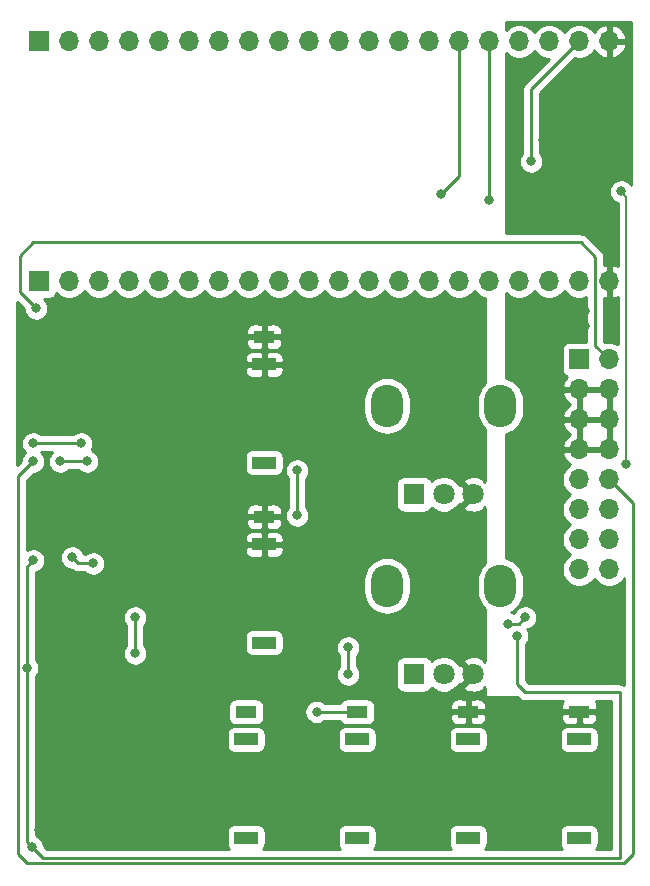
<source format=gbr>
%TF.GenerationSoftware,KiCad,Pcbnew,5.1.6+dfsg1-1*%
%TF.CreationDate,2020-08-05T10:42:46+08:00*%
%TF.ProjectId,stm32dev-analog,73746d33-3264-4657-962d-616e616c6f67,rev?*%
%TF.SameCoordinates,Original*%
%TF.FileFunction,Copper,L2,Bot*%
%TF.FilePolarity,Positive*%
%FSLAX46Y46*%
G04 Gerber Fmt 4.6, Leading zero omitted, Abs format (unit mm)*
G04 Created by KiCad (PCBNEW 5.1.6+dfsg1-1) date 2020-08-05 10:42:46*
%MOMM*%
%LPD*%
G01*
G04 APERTURE LIST*
%TA.AperFunction,ComponentPad*%
%ADD10R,2.000000X1.000000*%
%TD*%
%TA.AperFunction,ComponentPad*%
%ADD11R,1.800000X1.000000*%
%TD*%
%TA.AperFunction,ComponentPad*%
%ADD12O,1.700000X1.700000*%
%TD*%
%TA.AperFunction,ComponentPad*%
%ADD13R,1.700000X1.700000*%
%TD*%
%TA.AperFunction,ComponentPad*%
%ADD14R,1.800000X1.800000*%
%TD*%
%TA.AperFunction,ComponentPad*%
%ADD15C,1.800000*%
%TD*%
%TA.AperFunction,ComponentPad*%
%ADD16O,2.720000X3.600000*%
%TD*%
%TA.AperFunction,ViaPad*%
%ADD17C,0.800000*%
%TD*%
%TA.AperFunction,Conductor*%
%ADD18C,0.250000*%
%TD*%
%TA.AperFunction,Conductor*%
%ADD19C,0.200000*%
%TD*%
%TA.AperFunction,Conductor*%
%ADD20C,0.254000*%
%TD*%
G04 APERTURE END LIST*
D10*
%TO.P,J9,T*%
%TO.N,Net-(J9-PadT)*%
X132334000Y-96360000D03*
%TO.P,J9,TN*%
%TO.N,N/C*%
X132334000Y-88060000D03*
D11*
%TO.P,J9,S*%
%TO.N,GNDD*%
X132334000Y-85725000D03*
%TD*%
D12*
%TO.P,J8,16*%
%TO.N,N/C*%
X153670000Y-73660000D03*
%TO.P,J8,15*%
X151130000Y-73660000D03*
%TO.P,J8,14*%
X153670000Y-71120000D03*
%TO.P,J8,13*%
X151130000Y-71120000D03*
%TO.P,J8,12*%
%TO.N,+5V*%
X153670000Y-68580000D03*
%TO.P,J8,11*%
X151130000Y-68580000D03*
%TO.P,J8,10*%
%TO.N,+12V*%
X153670000Y-66040000D03*
%TO.P,J8,9*%
X151130000Y-66040000D03*
%TO.P,J8,8*%
%TO.N,GNDD*%
X153670000Y-63500000D03*
%TO.P,J8,7*%
X151130000Y-63500000D03*
%TO.P,J8,6*%
X153670000Y-60960000D03*
%TO.P,J8,5*%
X151130000Y-60960000D03*
%TO.P,J8,4*%
X153670000Y-58420000D03*
%TO.P,J8,3*%
X151130000Y-58420000D03*
%TO.P,J8,2*%
%TO.N,-12V*%
X153670000Y-55880000D03*
D13*
%TO.P,J8,1*%
X151130000Y-55880000D03*
%TD*%
D12*
%TO.P,J4,20*%
%TO.N,GNDD*%
X153670000Y-28956000D03*
%TO.P,J4,19*%
%TO.N,+5V*%
X151130000Y-28956000D03*
%TO.P,J4,18*%
%TO.N,PB10*%
X148590000Y-28956000D03*
%TO.P,J4,17*%
%TO.N,PB11*%
X146050000Y-28956000D03*
%TO.P,J4,16*%
%TO.N,PB12*%
X143510000Y-28956000D03*
%TO.P,J4,15*%
%TO.N,PB13*%
X140970000Y-28956000D03*
%TO.P,J4,14*%
%TO.N,PB14*%
X138430000Y-28956000D03*
%TO.P,J4,13*%
%TO.N,N/C*%
X135890000Y-28956000D03*
%TO.P,J4,12*%
X133350000Y-28956000D03*
%TO.P,J4,11*%
X130810000Y-28956000D03*
%TO.P,J4,10*%
X128270000Y-28956000D03*
%TO.P,J4,9*%
X125730000Y-28956000D03*
%TO.P,J4,8*%
X123190000Y-28956000D03*
%TO.P,J4,7*%
X120650000Y-28956000D03*
%TO.P,J4,6*%
X118110000Y-28956000D03*
%TO.P,J4,5*%
X115570000Y-28956000D03*
%TO.P,J4,4*%
X113030000Y-28956000D03*
%TO.P,J4,3*%
X110490000Y-28956000D03*
%TO.P,J4,2*%
X107950000Y-28956000D03*
D13*
%TO.P,J4,1*%
X105410000Y-28956000D03*
%TD*%
D12*
%TO.P,J3,20*%
%TO.N,GNDD*%
X153670000Y-49276000D03*
%TO.P,J3,19*%
%TO.N,+3V3*%
X151130000Y-49276000D03*
%TO.P,J3,18*%
%TO.N,N/C*%
X148590000Y-49276000D03*
%TO.P,J3,17*%
X146050000Y-49276000D03*
%TO.P,J3,16*%
X143510000Y-49276000D03*
%TO.P,J3,15*%
X140970000Y-49276000D03*
%TO.P,J3,14*%
X138430000Y-49276000D03*
%TO.P,J3,13*%
%TO.N,PA7*%
X135890000Y-49276000D03*
%TO.P,J3,12*%
%TO.N,PA6*%
X133350000Y-49276000D03*
%TO.P,J3,11*%
%TO.N,PA5*%
X130810000Y-49276000D03*
%TO.P,J3,10*%
%TO.N,PA4*%
X128270000Y-49276000D03*
%TO.P,J3,9*%
%TO.N,N/C*%
X125730000Y-49276000D03*
%TO.P,J3,8*%
X123190000Y-49276000D03*
%TO.P,J3,7*%
%TO.N,PA1*%
X120650000Y-49276000D03*
%TO.P,J3,6*%
%TO.N,PA0*%
X118110000Y-49276000D03*
%TO.P,J3,5*%
%TO.N,N/C*%
X115570000Y-49276000D03*
%TO.P,J3,4*%
X113030000Y-49276000D03*
%TO.P,J3,3*%
X110490000Y-49276000D03*
%TO.P,J3,2*%
X107950000Y-49276000D03*
D13*
%TO.P,J3,1*%
X105410000Y-49276000D03*
%TD*%
D14*
%TO.P,RV2,1*%
%TO.N,+3V3*%
X137160000Y-67310000D03*
D15*
%TO.P,RV2,2*%
%TO.N,Net-(RV2-Pad2)*%
X139660000Y-67310000D03*
%TO.P,RV2,3*%
%TO.N,GNDA*%
X142160000Y-67310000D03*
D16*
%TO.P,RV2,*%
%TO.N,*%
X144460000Y-59810000D03*
X134860000Y-59810000D03*
%TD*%
D14*
%TO.P,RV1,1*%
%TO.N,+3V3*%
X137160000Y-82550000D03*
D15*
%TO.P,RV1,2*%
%TO.N,Net-(RV1-Pad2)*%
X139660000Y-82550000D03*
%TO.P,RV1,3*%
%TO.N,GNDA*%
X142160000Y-82550000D03*
D16*
%TO.P,RV1,*%
%TO.N,*%
X144460000Y-75050000D03*
X134860000Y-75050000D03*
%TD*%
D10*
%TO.P,J7,T*%
%TO.N,Net-(J7-PadT)*%
X122936000Y-96360000D03*
%TO.P,J7,TN*%
%TO.N,N/C*%
X122936000Y-88060000D03*
D11*
%TO.P,J7,S*%
%TO.N,GNDD*%
X122936000Y-85725000D03*
%TD*%
D10*
%TO.P,J6,T*%
%TO.N,Net-(J6-PadT)*%
X151130000Y-96360000D03*
%TO.P,J6,TN*%
%TO.N,N/C*%
X151130000Y-88060000D03*
D11*
%TO.P,J6,S*%
%TO.N,GNDA*%
X151130000Y-85725000D03*
%TD*%
D10*
%TO.P,J5,T*%
%TO.N,Net-(J5-PadT)*%
X124460000Y-79850000D03*
%TO.P,J5,TN*%
%TO.N,GNDA*%
X124460000Y-71550000D03*
D11*
%TO.P,J5,S*%
X124460000Y-69215000D03*
%TD*%
D10*
%TO.P,J2,T*%
%TO.N,Net-(J2-PadT)*%
X141732000Y-96360000D03*
%TO.P,J2,TN*%
%TO.N,N/C*%
X141732000Y-88060000D03*
D11*
%TO.P,J2,S*%
%TO.N,GNDA*%
X141732000Y-85725000D03*
%TD*%
D10*
%TO.P,J1,T*%
%TO.N,Net-(J1-PadT)*%
X124460000Y-64610000D03*
%TO.P,J1,TN*%
%TO.N,GNDA*%
X124460000Y-56310000D03*
D11*
%TO.P,J1,S*%
X124460000Y-53975000D03*
%TD*%
D17*
%TO.N,+12V*%
X113538000Y-77724000D03*
X113538000Y-80772000D03*
X104902000Y-64516000D03*
X109474000Y-64516000D03*
X107183345Y-64511335D03*
%TO.N,+5V*%
X147066000Y-39116000D03*
%TO.N,GNDD*%
X146558000Y-51816000D03*
X146558000Y-53086000D03*
X151638000Y-51816000D03*
X151638000Y-53086000D03*
X153670000Y-42926000D03*
X150876000Y-39878000D03*
X148082000Y-37338000D03*
X145796000Y-34798000D03*
X153162000Y-32258000D03*
X151892000Y-33528000D03*
X128905000Y-85725000D03*
X149606000Y-67310000D03*
X150114000Y-78232000D03*
X152146000Y-82804000D03*
X148590000Y-62484000D03*
%TO.N,GNDA*%
X119888000Y-51308000D03*
X121412000Y-51308000D03*
X111506000Y-60452000D03*
X106426000Y-59690000D03*
X115189000Y-82550000D03*
X111760000Y-84328000D03*
X108204000Y-83312000D03*
X105410000Y-95758000D03*
X111633000Y-95504000D03*
X120015000Y-77216000D03*
X141478000Y-51816000D03*
X141478000Y-52832000D03*
%TO.N,+3V3*%
X104775000Y-97155000D03*
X145857000Y-79314000D03*
X104357010Y-82025567D03*
X104902000Y-72898000D03*
%TO.N,Net-(J5-PadT)*%
X127254000Y-69088000D03*
X127254000Y-65278000D03*
%TO.N,-12V*%
X105156000Y-51562000D03*
X104902000Y-62992000D03*
X108966000Y-62992000D03*
X109982000Y-73152000D03*
X108204000Y-72644000D03*
%TO.N,PB12*%
X143510000Y-42418000D03*
%TO.N,PB14*%
X131572000Y-82550000D03*
X131572000Y-80264000D03*
X146557992Y-77724000D03*
X145107982Y-78276228D03*
%TO.N,PB11*%
X154684967Y-41656000D03*
X155134980Y-64770000D03*
%TO.N,PB13*%
X139446000Y-41910000D03*
%TD*%
D18*
%TO.N,+12V*%
X113538000Y-77724000D02*
X113538000Y-80772000D01*
X155702000Y-68072000D02*
X153670000Y-66040000D01*
X155702000Y-97790000D02*
X155702000Y-68072000D01*
X154940000Y-98552000D02*
X155702000Y-97790000D01*
X104394000Y-98552000D02*
X154940000Y-98552000D01*
X103632000Y-97790000D02*
X104394000Y-98552000D01*
X103632000Y-65786000D02*
X103632000Y-97790000D01*
X104902000Y-64516000D02*
X103632000Y-65786000D01*
X107188010Y-64516000D02*
X107183345Y-64511335D01*
X109474000Y-64516000D02*
X107188010Y-64516000D01*
%TO.N,+5V*%
X147066000Y-33020000D02*
X151130000Y-28956000D01*
X147066000Y-39116000D02*
X147066000Y-33020000D01*
%TO.N,GNDD*%
X128905000Y-85725000D02*
X132334000Y-85725000D01*
%TO.N,+3V3*%
X104357010Y-96737010D02*
X104357010Y-82025567D01*
X104775000Y-97155000D02*
X104357010Y-96737010D01*
X104357010Y-73442990D02*
X104357010Y-82025567D01*
X104902000Y-72898000D02*
X104357010Y-73442990D01*
X145857000Y-83373000D02*
X145857000Y-79314000D01*
X146558000Y-84074000D02*
X145857000Y-83373000D01*
X154559000Y-84074000D02*
X146558000Y-84074000D01*
X154559000Y-98101989D02*
X154559000Y-84074000D01*
X105721989Y-98101989D02*
X154559000Y-98101989D01*
X104775000Y-97155000D02*
X105721989Y-98101989D01*
%TO.N,Net-(J5-PadT)*%
X127254000Y-69088000D02*
X127254000Y-65278000D01*
%TO.N,-12V*%
X152494999Y-54704999D02*
X153670000Y-55880000D01*
X152494999Y-47211999D02*
X152494999Y-54704999D01*
X151257000Y-45974000D02*
X152494999Y-47211999D01*
X103759000Y-47117000D02*
X104902000Y-45974000D01*
X104902000Y-45974000D02*
X151257000Y-45974000D01*
X103759000Y-50165000D02*
X103759000Y-47117000D01*
X105156000Y-51562000D02*
X105156000Y-51562000D01*
X105156000Y-51562000D02*
X103759000Y-50165000D01*
X104902000Y-62992000D02*
X108966000Y-62992000D01*
X108712000Y-73152000D02*
X108204000Y-72644000D01*
X109982000Y-73152000D02*
X108712000Y-73152000D01*
%TO.N,PB12*%
X143510000Y-28956000D02*
X143510000Y-42418000D01*
%TO.N,PB14*%
X145288000Y-78232000D02*
X145288000Y-78232000D01*
X131572000Y-80264000D02*
X131572000Y-82550000D01*
X146005764Y-78276228D02*
X145107982Y-78276228D01*
X146557992Y-77724000D02*
X146005764Y-78276228D01*
D19*
%TO.N,PB11*%
X155134980Y-42106013D02*
X155134980Y-64770000D01*
X154684967Y-41656000D02*
X155134980Y-42106013D01*
D18*
%TO.N,PB13*%
X140970000Y-40386000D02*
X139446000Y-41910000D01*
X140970000Y-28956000D02*
X140970000Y-40386000D01*
%TD*%
D20*
%TO.N,GNDA*%
G36*
X142356525Y-50222632D02*
G01*
X142563368Y-50429475D01*
X142806589Y-50591990D01*
X143076842Y-50703932D01*
X143129000Y-50714307D01*
X143129000Y-57881507D01*
X143042498Y-57952497D01*
X142793194Y-58256275D01*
X142607943Y-58602853D01*
X142493867Y-58978912D01*
X142465000Y-59272002D01*
X142465000Y-60347997D01*
X142493867Y-60641087D01*
X142607943Y-61017146D01*
X142793193Y-61363725D01*
X143042497Y-61667503D01*
X143129000Y-61738494D01*
X143129000Y-66161392D01*
X143044474Y-66245918D01*
X142960792Y-65991739D01*
X142688225Y-65860842D01*
X142395358Y-65785635D01*
X142093447Y-65769009D01*
X141794093Y-65811603D01*
X141508801Y-65911778D01*
X141359208Y-65991739D01*
X141275525Y-66245920D01*
X142160000Y-67130395D01*
X142174143Y-67116253D01*
X142353748Y-67295858D01*
X142339605Y-67310000D01*
X142353748Y-67324143D01*
X142174143Y-67503748D01*
X142160000Y-67489605D01*
X141275525Y-68374080D01*
X141359208Y-68628261D01*
X141631775Y-68759158D01*
X141924642Y-68834365D01*
X142226553Y-68850991D01*
X142525907Y-68808397D01*
X142811199Y-68708222D01*
X142960792Y-68628261D01*
X143044474Y-68374082D01*
X143129000Y-68458608D01*
X143129000Y-73121507D01*
X143042498Y-73192497D01*
X142793194Y-73496275D01*
X142607943Y-73842853D01*
X142493867Y-74218912D01*
X142465000Y-74512002D01*
X142465000Y-75587997D01*
X142493867Y-75881087D01*
X142607943Y-76257146D01*
X142793193Y-76603725D01*
X143042497Y-76907503D01*
X143129000Y-76978494D01*
X143129000Y-81401392D01*
X143044474Y-81485918D01*
X142960792Y-81231739D01*
X142688225Y-81100842D01*
X142395358Y-81025635D01*
X142093447Y-81009009D01*
X141794093Y-81051603D01*
X141508801Y-81151778D01*
X141359208Y-81231739D01*
X141275525Y-81485920D01*
X142160000Y-82370395D01*
X142174143Y-82356253D01*
X142353748Y-82535858D01*
X142339605Y-82550000D01*
X142353748Y-82564143D01*
X142174143Y-82743748D01*
X142160000Y-82729605D01*
X141275525Y-83614080D01*
X141359208Y-83868261D01*
X141631775Y-83999158D01*
X141924642Y-84074365D01*
X142226553Y-84090991D01*
X142525907Y-84048397D01*
X142811199Y-83948222D01*
X142960792Y-83868261D01*
X143044474Y-83614082D01*
X143129000Y-83698608D01*
X143129000Y-84328000D01*
X143131440Y-84352776D01*
X143138667Y-84376601D01*
X143150403Y-84398557D01*
X143166197Y-84417803D01*
X143185443Y-84433597D01*
X143207399Y-84445333D01*
X143231224Y-84452560D01*
X143256000Y-84455000D01*
X145864199Y-84455000D01*
X145994201Y-84585002D01*
X146017999Y-84614001D01*
X146133724Y-84708974D01*
X146265753Y-84779546D01*
X146409014Y-84823003D01*
X146520667Y-84834000D01*
X146520675Y-84834000D01*
X146558000Y-84837676D01*
X146595325Y-84834000D01*
X149729423Y-84834000D01*
X149699463Y-84870506D01*
X149640498Y-84980820D01*
X149604188Y-85100518D01*
X149591928Y-85225000D01*
X149595000Y-85439250D01*
X149753750Y-85598000D01*
X151003000Y-85598000D01*
X151003000Y-85578000D01*
X151257000Y-85578000D01*
X151257000Y-85598000D01*
X152506250Y-85598000D01*
X152665000Y-85439250D01*
X152668072Y-85225000D01*
X152655812Y-85100518D01*
X152619502Y-84980820D01*
X152560537Y-84870506D01*
X152530577Y-84834000D01*
X153799001Y-84834000D01*
X153799000Y-97341989D01*
X152543650Y-97341989D01*
X152581185Y-97311185D01*
X152660537Y-97214494D01*
X152719502Y-97104180D01*
X152755812Y-96984482D01*
X152768072Y-96860000D01*
X152768072Y-95860000D01*
X152755812Y-95735518D01*
X152719502Y-95615820D01*
X152660537Y-95505506D01*
X152581185Y-95408815D01*
X152484494Y-95329463D01*
X152374180Y-95270498D01*
X152254482Y-95234188D01*
X152130000Y-95221928D01*
X150130000Y-95221928D01*
X150005518Y-95234188D01*
X149885820Y-95270498D01*
X149775506Y-95329463D01*
X149678815Y-95408815D01*
X149599463Y-95505506D01*
X149540498Y-95615820D01*
X149504188Y-95735518D01*
X149491928Y-95860000D01*
X149491928Y-96860000D01*
X149504188Y-96984482D01*
X149540498Y-97104180D01*
X149599463Y-97214494D01*
X149678815Y-97311185D01*
X149716350Y-97341989D01*
X143145650Y-97341989D01*
X143183185Y-97311185D01*
X143262537Y-97214494D01*
X143321502Y-97104180D01*
X143357812Y-96984482D01*
X143370072Y-96860000D01*
X143370072Y-95860000D01*
X143357812Y-95735518D01*
X143321502Y-95615820D01*
X143262537Y-95505506D01*
X143183185Y-95408815D01*
X143086494Y-95329463D01*
X142976180Y-95270498D01*
X142856482Y-95234188D01*
X142732000Y-95221928D01*
X140732000Y-95221928D01*
X140607518Y-95234188D01*
X140487820Y-95270498D01*
X140377506Y-95329463D01*
X140280815Y-95408815D01*
X140201463Y-95505506D01*
X140142498Y-95615820D01*
X140106188Y-95735518D01*
X140093928Y-95860000D01*
X140093928Y-96860000D01*
X140106188Y-96984482D01*
X140142498Y-97104180D01*
X140201463Y-97214494D01*
X140280815Y-97311185D01*
X140318350Y-97341989D01*
X133747650Y-97341989D01*
X133785185Y-97311185D01*
X133864537Y-97214494D01*
X133923502Y-97104180D01*
X133959812Y-96984482D01*
X133972072Y-96860000D01*
X133972072Y-95860000D01*
X133959812Y-95735518D01*
X133923502Y-95615820D01*
X133864537Y-95505506D01*
X133785185Y-95408815D01*
X133688494Y-95329463D01*
X133578180Y-95270498D01*
X133458482Y-95234188D01*
X133334000Y-95221928D01*
X131334000Y-95221928D01*
X131209518Y-95234188D01*
X131089820Y-95270498D01*
X130979506Y-95329463D01*
X130882815Y-95408815D01*
X130803463Y-95505506D01*
X130744498Y-95615820D01*
X130708188Y-95735518D01*
X130695928Y-95860000D01*
X130695928Y-96860000D01*
X130708188Y-96984482D01*
X130744498Y-97104180D01*
X130803463Y-97214494D01*
X130882815Y-97311185D01*
X130920350Y-97341989D01*
X124349650Y-97341989D01*
X124387185Y-97311185D01*
X124466537Y-97214494D01*
X124525502Y-97104180D01*
X124561812Y-96984482D01*
X124574072Y-96860000D01*
X124574072Y-95860000D01*
X124561812Y-95735518D01*
X124525502Y-95615820D01*
X124466537Y-95505506D01*
X124387185Y-95408815D01*
X124290494Y-95329463D01*
X124180180Y-95270498D01*
X124060482Y-95234188D01*
X123936000Y-95221928D01*
X121936000Y-95221928D01*
X121811518Y-95234188D01*
X121691820Y-95270498D01*
X121581506Y-95329463D01*
X121484815Y-95408815D01*
X121405463Y-95505506D01*
X121346498Y-95615820D01*
X121310188Y-95735518D01*
X121297928Y-95860000D01*
X121297928Y-96860000D01*
X121310188Y-96984482D01*
X121346498Y-97104180D01*
X121405463Y-97214494D01*
X121484815Y-97311185D01*
X121522350Y-97341989D01*
X106036791Y-97341989D01*
X105810000Y-97115198D01*
X105810000Y-97053061D01*
X105770226Y-96853102D01*
X105692205Y-96664744D01*
X105578937Y-96495226D01*
X105434774Y-96351063D01*
X105265256Y-96237795D01*
X105117010Y-96176389D01*
X105117010Y-87560000D01*
X121297928Y-87560000D01*
X121297928Y-88560000D01*
X121310188Y-88684482D01*
X121346498Y-88804180D01*
X121405463Y-88914494D01*
X121484815Y-89011185D01*
X121581506Y-89090537D01*
X121691820Y-89149502D01*
X121811518Y-89185812D01*
X121936000Y-89198072D01*
X123936000Y-89198072D01*
X124060482Y-89185812D01*
X124180180Y-89149502D01*
X124290494Y-89090537D01*
X124387185Y-89011185D01*
X124466537Y-88914494D01*
X124525502Y-88804180D01*
X124561812Y-88684482D01*
X124574072Y-88560000D01*
X124574072Y-87560000D01*
X130695928Y-87560000D01*
X130695928Y-88560000D01*
X130708188Y-88684482D01*
X130744498Y-88804180D01*
X130803463Y-88914494D01*
X130882815Y-89011185D01*
X130979506Y-89090537D01*
X131089820Y-89149502D01*
X131209518Y-89185812D01*
X131334000Y-89198072D01*
X133334000Y-89198072D01*
X133458482Y-89185812D01*
X133578180Y-89149502D01*
X133688494Y-89090537D01*
X133785185Y-89011185D01*
X133864537Y-88914494D01*
X133923502Y-88804180D01*
X133959812Y-88684482D01*
X133972072Y-88560000D01*
X133972072Y-87560000D01*
X140093928Y-87560000D01*
X140093928Y-88560000D01*
X140106188Y-88684482D01*
X140142498Y-88804180D01*
X140201463Y-88914494D01*
X140280815Y-89011185D01*
X140377506Y-89090537D01*
X140487820Y-89149502D01*
X140607518Y-89185812D01*
X140732000Y-89198072D01*
X142732000Y-89198072D01*
X142856482Y-89185812D01*
X142976180Y-89149502D01*
X143086494Y-89090537D01*
X143183185Y-89011185D01*
X143262537Y-88914494D01*
X143321502Y-88804180D01*
X143357812Y-88684482D01*
X143370072Y-88560000D01*
X143370072Y-87560000D01*
X149491928Y-87560000D01*
X149491928Y-88560000D01*
X149504188Y-88684482D01*
X149540498Y-88804180D01*
X149599463Y-88914494D01*
X149678815Y-89011185D01*
X149775506Y-89090537D01*
X149885820Y-89149502D01*
X150005518Y-89185812D01*
X150130000Y-89198072D01*
X152130000Y-89198072D01*
X152254482Y-89185812D01*
X152374180Y-89149502D01*
X152484494Y-89090537D01*
X152581185Y-89011185D01*
X152660537Y-88914494D01*
X152719502Y-88804180D01*
X152755812Y-88684482D01*
X152768072Y-88560000D01*
X152768072Y-87560000D01*
X152755812Y-87435518D01*
X152719502Y-87315820D01*
X152660537Y-87205506D01*
X152581185Y-87108815D01*
X152484494Y-87029463D01*
X152374180Y-86970498D01*
X152254482Y-86934188D01*
X152130000Y-86921928D01*
X150130000Y-86921928D01*
X150005518Y-86934188D01*
X149885820Y-86970498D01*
X149775506Y-87029463D01*
X149678815Y-87108815D01*
X149599463Y-87205506D01*
X149540498Y-87315820D01*
X149504188Y-87435518D01*
X149491928Y-87560000D01*
X143370072Y-87560000D01*
X143357812Y-87435518D01*
X143321502Y-87315820D01*
X143262537Y-87205506D01*
X143183185Y-87108815D01*
X143086494Y-87029463D01*
X142976180Y-86970498D01*
X142856482Y-86934188D01*
X142732000Y-86921928D01*
X140732000Y-86921928D01*
X140607518Y-86934188D01*
X140487820Y-86970498D01*
X140377506Y-87029463D01*
X140280815Y-87108815D01*
X140201463Y-87205506D01*
X140142498Y-87315820D01*
X140106188Y-87435518D01*
X140093928Y-87560000D01*
X133972072Y-87560000D01*
X133959812Y-87435518D01*
X133923502Y-87315820D01*
X133864537Y-87205506D01*
X133785185Y-87108815D01*
X133688494Y-87029463D01*
X133578180Y-86970498D01*
X133458482Y-86934188D01*
X133334000Y-86921928D01*
X131334000Y-86921928D01*
X131209518Y-86934188D01*
X131089820Y-86970498D01*
X130979506Y-87029463D01*
X130882815Y-87108815D01*
X130803463Y-87205506D01*
X130744498Y-87315820D01*
X130708188Y-87435518D01*
X130695928Y-87560000D01*
X124574072Y-87560000D01*
X124561812Y-87435518D01*
X124525502Y-87315820D01*
X124466537Y-87205506D01*
X124387185Y-87108815D01*
X124290494Y-87029463D01*
X124180180Y-86970498D01*
X124060482Y-86934188D01*
X123936000Y-86921928D01*
X121936000Y-86921928D01*
X121811518Y-86934188D01*
X121691820Y-86970498D01*
X121581506Y-87029463D01*
X121484815Y-87108815D01*
X121405463Y-87205506D01*
X121346498Y-87315820D01*
X121310188Y-87435518D01*
X121297928Y-87560000D01*
X105117010Y-87560000D01*
X105117010Y-85225000D01*
X121397928Y-85225000D01*
X121397928Y-86225000D01*
X121410188Y-86349482D01*
X121446498Y-86469180D01*
X121505463Y-86579494D01*
X121584815Y-86676185D01*
X121681506Y-86755537D01*
X121791820Y-86814502D01*
X121911518Y-86850812D01*
X122036000Y-86863072D01*
X123836000Y-86863072D01*
X123960482Y-86850812D01*
X124080180Y-86814502D01*
X124190494Y-86755537D01*
X124287185Y-86676185D01*
X124366537Y-86579494D01*
X124425502Y-86469180D01*
X124461812Y-86349482D01*
X124474072Y-86225000D01*
X124474072Y-85623061D01*
X127870000Y-85623061D01*
X127870000Y-85826939D01*
X127909774Y-86026898D01*
X127987795Y-86215256D01*
X128101063Y-86384774D01*
X128245226Y-86528937D01*
X128414744Y-86642205D01*
X128603102Y-86720226D01*
X128803061Y-86760000D01*
X129006939Y-86760000D01*
X129206898Y-86720226D01*
X129395256Y-86642205D01*
X129564774Y-86528937D01*
X129608711Y-86485000D01*
X130852954Y-86485000D01*
X130903463Y-86579494D01*
X130982815Y-86676185D01*
X131079506Y-86755537D01*
X131189820Y-86814502D01*
X131309518Y-86850812D01*
X131434000Y-86863072D01*
X133234000Y-86863072D01*
X133358482Y-86850812D01*
X133478180Y-86814502D01*
X133588494Y-86755537D01*
X133685185Y-86676185D01*
X133764537Y-86579494D01*
X133823502Y-86469180D01*
X133859812Y-86349482D01*
X133872072Y-86225000D01*
X140193928Y-86225000D01*
X140206188Y-86349482D01*
X140242498Y-86469180D01*
X140301463Y-86579494D01*
X140380815Y-86676185D01*
X140477506Y-86755537D01*
X140587820Y-86814502D01*
X140707518Y-86850812D01*
X140832000Y-86863072D01*
X141446250Y-86860000D01*
X141605000Y-86701250D01*
X141605000Y-85852000D01*
X141859000Y-85852000D01*
X141859000Y-86701250D01*
X142017750Y-86860000D01*
X142632000Y-86863072D01*
X142756482Y-86850812D01*
X142876180Y-86814502D01*
X142986494Y-86755537D01*
X143083185Y-86676185D01*
X143162537Y-86579494D01*
X143221502Y-86469180D01*
X143257812Y-86349482D01*
X143270072Y-86225000D01*
X149591928Y-86225000D01*
X149604188Y-86349482D01*
X149640498Y-86469180D01*
X149699463Y-86579494D01*
X149778815Y-86676185D01*
X149875506Y-86755537D01*
X149985820Y-86814502D01*
X150105518Y-86850812D01*
X150230000Y-86863072D01*
X150844250Y-86860000D01*
X151003000Y-86701250D01*
X151003000Y-85852000D01*
X151257000Y-85852000D01*
X151257000Y-86701250D01*
X151415750Y-86860000D01*
X152030000Y-86863072D01*
X152154482Y-86850812D01*
X152274180Y-86814502D01*
X152384494Y-86755537D01*
X152481185Y-86676185D01*
X152560537Y-86579494D01*
X152619502Y-86469180D01*
X152655812Y-86349482D01*
X152668072Y-86225000D01*
X152665000Y-86010750D01*
X152506250Y-85852000D01*
X151257000Y-85852000D01*
X151003000Y-85852000D01*
X149753750Y-85852000D01*
X149595000Y-86010750D01*
X149591928Y-86225000D01*
X143270072Y-86225000D01*
X143267000Y-86010750D01*
X143108250Y-85852000D01*
X141859000Y-85852000D01*
X141605000Y-85852000D01*
X140355750Y-85852000D01*
X140197000Y-86010750D01*
X140193928Y-86225000D01*
X133872072Y-86225000D01*
X133872072Y-85225000D01*
X140193928Y-85225000D01*
X140197000Y-85439250D01*
X140355750Y-85598000D01*
X141605000Y-85598000D01*
X141605000Y-84748750D01*
X141859000Y-84748750D01*
X141859000Y-85598000D01*
X143108250Y-85598000D01*
X143267000Y-85439250D01*
X143270072Y-85225000D01*
X143257812Y-85100518D01*
X143221502Y-84980820D01*
X143162537Y-84870506D01*
X143083185Y-84773815D01*
X142986494Y-84694463D01*
X142876180Y-84635498D01*
X142756482Y-84599188D01*
X142632000Y-84586928D01*
X142017750Y-84590000D01*
X141859000Y-84748750D01*
X141605000Y-84748750D01*
X141446250Y-84590000D01*
X140832000Y-84586928D01*
X140707518Y-84599188D01*
X140587820Y-84635498D01*
X140477506Y-84694463D01*
X140380815Y-84773815D01*
X140301463Y-84870506D01*
X140242498Y-84980820D01*
X140206188Y-85100518D01*
X140193928Y-85225000D01*
X133872072Y-85225000D01*
X133859812Y-85100518D01*
X133823502Y-84980820D01*
X133764537Y-84870506D01*
X133685185Y-84773815D01*
X133588494Y-84694463D01*
X133478180Y-84635498D01*
X133358482Y-84599188D01*
X133234000Y-84586928D01*
X131434000Y-84586928D01*
X131309518Y-84599188D01*
X131189820Y-84635498D01*
X131079506Y-84694463D01*
X130982815Y-84773815D01*
X130903463Y-84870506D01*
X130852954Y-84965000D01*
X129608711Y-84965000D01*
X129564774Y-84921063D01*
X129395256Y-84807795D01*
X129206898Y-84729774D01*
X129006939Y-84690000D01*
X128803061Y-84690000D01*
X128603102Y-84729774D01*
X128414744Y-84807795D01*
X128245226Y-84921063D01*
X128101063Y-85065226D01*
X127987795Y-85234744D01*
X127909774Y-85423102D01*
X127870000Y-85623061D01*
X124474072Y-85623061D01*
X124474072Y-85225000D01*
X124461812Y-85100518D01*
X124425502Y-84980820D01*
X124366537Y-84870506D01*
X124287185Y-84773815D01*
X124190494Y-84694463D01*
X124080180Y-84635498D01*
X123960482Y-84599188D01*
X123836000Y-84586928D01*
X122036000Y-84586928D01*
X121911518Y-84599188D01*
X121791820Y-84635498D01*
X121681506Y-84694463D01*
X121584815Y-84773815D01*
X121505463Y-84870506D01*
X121446498Y-84980820D01*
X121410188Y-85100518D01*
X121397928Y-85225000D01*
X105117010Y-85225000D01*
X105117010Y-82729278D01*
X105160947Y-82685341D01*
X105274215Y-82515823D01*
X105352236Y-82327465D01*
X105392010Y-82127506D01*
X105392010Y-81923628D01*
X105352236Y-81723669D01*
X105274215Y-81535311D01*
X105160947Y-81365793D01*
X105117010Y-81321856D01*
X105117010Y-77622061D01*
X112503000Y-77622061D01*
X112503000Y-77825939D01*
X112542774Y-78025898D01*
X112620795Y-78214256D01*
X112734063Y-78383774D01*
X112778000Y-78427711D01*
X112778001Y-80068288D01*
X112734063Y-80112226D01*
X112620795Y-80281744D01*
X112542774Y-80470102D01*
X112503000Y-80670061D01*
X112503000Y-80873939D01*
X112542774Y-81073898D01*
X112620795Y-81262256D01*
X112734063Y-81431774D01*
X112878226Y-81575937D01*
X113047744Y-81689205D01*
X113236102Y-81767226D01*
X113436061Y-81807000D01*
X113639939Y-81807000D01*
X113839898Y-81767226D01*
X114028256Y-81689205D01*
X114197774Y-81575937D01*
X114341937Y-81431774D01*
X114455205Y-81262256D01*
X114533226Y-81073898D01*
X114573000Y-80873939D01*
X114573000Y-80670061D01*
X114533226Y-80470102D01*
X114455205Y-80281744D01*
X114341937Y-80112226D01*
X114298000Y-80068289D01*
X114298000Y-79350000D01*
X122821928Y-79350000D01*
X122821928Y-80350000D01*
X122834188Y-80474482D01*
X122870498Y-80594180D01*
X122929463Y-80704494D01*
X123008815Y-80801185D01*
X123105506Y-80880537D01*
X123215820Y-80939502D01*
X123335518Y-80975812D01*
X123460000Y-80988072D01*
X125460000Y-80988072D01*
X125584482Y-80975812D01*
X125704180Y-80939502D01*
X125814494Y-80880537D01*
X125911185Y-80801185D01*
X125990537Y-80704494D01*
X126049502Y-80594180D01*
X126085812Y-80474482D01*
X126098072Y-80350000D01*
X126098072Y-80162061D01*
X130537000Y-80162061D01*
X130537000Y-80365939D01*
X130576774Y-80565898D01*
X130654795Y-80754256D01*
X130768063Y-80923774D01*
X130812000Y-80967711D01*
X130812001Y-81846288D01*
X130768063Y-81890226D01*
X130654795Y-82059744D01*
X130576774Y-82248102D01*
X130537000Y-82448061D01*
X130537000Y-82651939D01*
X130576774Y-82851898D01*
X130654795Y-83040256D01*
X130768063Y-83209774D01*
X130912226Y-83353937D01*
X131081744Y-83467205D01*
X131270102Y-83545226D01*
X131470061Y-83585000D01*
X131673939Y-83585000D01*
X131873898Y-83545226D01*
X132062256Y-83467205D01*
X132231774Y-83353937D01*
X132375937Y-83209774D01*
X132489205Y-83040256D01*
X132567226Y-82851898D01*
X132607000Y-82651939D01*
X132607000Y-82448061D01*
X132567226Y-82248102D01*
X132489205Y-82059744D01*
X132375937Y-81890226D01*
X132332000Y-81846289D01*
X132332000Y-81650000D01*
X135621928Y-81650000D01*
X135621928Y-83450000D01*
X135634188Y-83574482D01*
X135670498Y-83694180D01*
X135729463Y-83804494D01*
X135808815Y-83901185D01*
X135905506Y-83980537D01*
X136015820Y-84039502D01*
X136135518Y-84075812D01*
X136260000Y-84088072D01*
X138060000Y-84088072D01*
X138184482Y-84075812D01*
X138304180Y-84039502D01*
X138414494Y-83980537D01*
X138511185Y-83901185D01*
X138590537Y-83804494D01*
X138643880Y-83704697D01*
X138681495Y-83742312D01*
X138932905Y-83910299D01*
X139212257Y-84026011D01*
X139508816Y-84085000D01*
X139811184Y-84085000D01*
X140107743Y-84026011D01*
X140387095Y-83910299D01*
X140638505Y-83742312D01*
X140852312Y-83528505D01*
X140947738Y-83385690D01*
X141095920Y-83434475D01*
X141980395Y-82550000D01*
X141095920Y-81665525D01*
X140947738Y-81714310D01*
X140852312Y-81571495D01*
X140638505Y-81357688D01*
X140387095Y-81189701D01*
X140107743Y-81073989D01*
X139811184Y-81015000D01*
X139508816Y-81015000D01*
X139212257Y-81073989D01*
X138932905Y-81189701D01*
X138681495Y-81357688D01*
X138643880Y-81395303D01*
X138590537Y-81295506D01*
X138511185Y-81198815D01*
X138414494Y-81119463D01*
X138304180Y-81060498D01*
X138184482Y-81024188D01*
X138060000Y-81011928D01*
X136260000Y-81011928D01*
X136135518Y-81024188D01*
X136015820Y-81060498D01*
X135905506Y-81119463D01*
X135808815Y-81198815D01*
X135729463Y-81295506D01*
X135670498Y-81405820D01*
X135634188Y-81525518D01*
X135621928Y-81650000D01*
X132332000Y-81650000D01*
X132332000Y-80967711D01*
X132375937Y-80923774D01*
X132489205Y-80754256D01*
X132567226Y-80565898D01*
X132607000Y-80365939D01*
X132607000Y-80162061D01*
X132567226Y-79962102D01*
X132489205Y-79773744D01*
X132375937Y-79604226D01*
X132231774Y-79460063D01*
X132062256Y-79346795D01*
X131873898Y-79268774D01*
X131673939Y-79229000D01*
X131470061Y-79229000D01*
X131270102Y-79268774D01*
X131081744Y-79346795D01*
X130912226Y-79460063D01*
X130768063Y-79604226D01*
X130654795Y-79773744D01*
X130576774Y-79962102D01*
X130537000Y-80162061D01*
X126098072Y-80162061D01*
X126098072Y-79350000D01*
X126085812Y-79225518D01*
X126049502Y-79105820D01*
X125990537Y-78995506D01*
X125911185Y-78898815D01*
X125814494Y-78819463D01*
X125704180Y-78760498D01*
X125584482Y-78724188D01*
X125460000Y-78711928D01*
X123460000Y-78711928D01*
X123335518Y-78724188D01*
X123215820Y-78760498D01*
X123105506Y-78819463D01*
X123008815Y-78898815D01*
X122929463Y-78995506D01*
X122870498Y-79105820D01*
X122834188Y-79225518D01*
X122821928Y-79350000D01*
X114298000Y-79350000D01*
X114298000Y-78427711D01*
X114341937Y-78383774D01*
X114455205Y-78214256D01*
X114533226Y-78025898D01*
X114573000Y-77825939D01*
X114573000Y-77622061D01*
X114533226Y-77422102D01*
X114455205Y-77233744D01*
X114341937Y-77064226D01*
X114197774Y-76920063D01*
X114028256Y-76806795D01*
X113839898Y-76728774D01*
X113639939Y-76689000D01*
X113436061Y-76689000D01*
X113236102Y-76728774D01*
X113047744Y-76806795D01*
X112878226Y-76920063D01*
X112734063Y-77064226D01*
X112620795Y-77233744D01*
X112542774Y-77422102D01*
X112503000Y-77622061D01*
X105117010Y-77622061D01*
X105117010Y-74512002D01*
X132865000Y-74512002D01*
X132865000Y-75587997D01*
X132893867Y-75881087D01*
X133007943Y-76257146D01*
X133193193Y-76603725D01*
X133442497Y-76907503D01*
X133746275Y-77156807D01*
X134092853Y-77342057D01*
X134468912Y-77456133D01*
X134860000Y-77494652D01*
X135251087Y-77456133D01*
X135627146Y-77342057D01*
X135973725Y-77156807D01*
X136277503Y-76907503D01*
X136526807Y-76603725D01*
X136712057Y-76257147D01*
X136826133Y-75881088D01*
X136855000Y-75587998D01*
X136855000Y-74512003D01*
X136826133Y-74218913D01*
X136712057Y-73842853D01*
X136526807Y-73496275D01*
X136277503Y-73192497D01*
X135973725Y-72943193D01*
X135627147Y-72757943D01*
X135251088Y-72643867D01*
X134860000Y-72605348D01*
X134468913Y-72643867D01*
X134092854Y-72757943D01*
X133746276Y-72943193D01*
X133442498Y-73192497D01*
X133193194Y-73496275D01*
X133007943Y-73842853D01*
X132893867Y-74218912D01*
X132865000Y-74512002D01*
X105117010Y-74512002D01*
X105117010Y-73910509D01*
X105203898Y-73893226D01*
X105392256Y-73815205D01*
X105561774Y-73701937D01*
X105705937Y-73557774D01*
X105819205Y-73388256D01*
X105897226Y-73199898D01*
X105937000Y-72999939D01*
X105937000Y-72796061D01*
X105897226Y-72596102D01*
X105874842Y-72542061D01*
X107169000Y-72542061D01*
X107169000Y-72745939D01*
X107208774Y-72945898D01*
X107286795Y-73134256D01*
X107400063Y-73303774D01*
X107544226Y-73447937D01*
X107713744Y-73561205D01*
X107902102Y-73639226D01*
X108102061Y-73679000D01*
X108161329Y-73679000D01*
X108171999Y-73692001D01*
X108287724Y-73786974D01*
X108419753Y-73857546D01*
X108563014Y-73901003D01*
X108674667Y-73912000D01*
X108674676Y-73912000D01*
X108711999Y-73915676D01*
X108749322Y-73912000D01*
X109278289Y-73912000D01*
X109322226Y-73955937D01*
X109491744Y-74069205D01*
X109680102Y-74147226D01*
X109880061Y-74187000D01*
X110083939Y-74187000D01*
X110283898Y-74147226D01*
X110472256Y-74069205D01*
X110641774Y-73955937D01*
X110785937Y-73811774D01*
X110899205Y-73642256D01*
X110977226Y-73453898D01*
X111017000Y-73253939D01*
X111017000Y-73050061D01*
X110977226Y-72850102D01*
X110899205Y-72661744D01*
X110785937Y-72492226D01*
X110641774Y-72348063D01*
X110472256Y-72234795D01*
X110283898Y-72156774D01*
X110083939Y-72117000D01*
X109880061Y-72117000D01*
X109680102Y-72156774D01*
X109491744Y-72234795D01*
X109322226Y-72348063D01*
X109278289Y-72392000D01*
X109209151Y-72392000D01*
X109199226Y-72342102D01*
X109121205Y-72153744D01*
X109051886Y-72050000D01*
X122821928Y-72050000D01*
X122834188Y-72174482D01*
X122870498Y-72294180D01*
X122929463Y-72404494D01*
X123008815Y-72501185D01*
X123105506Y-72580537D01*
X123215820Y-72639502D01*
X123335518Y-72675812D01*
X123460000Y-72688072D01*
X124174250Y-72685000D01*
X124333000Y-72526250D01*
X124333000Y-71677000D01*
X124587000Y-71677000D01*
X124587000Y-72526250D01*
X124745750Y-72685000D01*
X125460000Y-72688072D01*
X125584482Y-72675812D01*
X125704180Y-72639502D01*
X125814494Y-72580537D01*
X125911185Y-72501185D01*
X125990537Y-72404494D01*
X126049502Y-72294180D01*
X126085812Y-72174482D01*
X126098072Y-72050000D01*
X126095000Y-71835750D01*
X125936250Y-71677000D01*
X124587000Y-71677000D01*
X124333000Y-71677000D01*
X122983750Y-71677000D01*
X122825000Y-71835750D01*
X122821928Y-72050000D01*
X109051886Y-72050000D01*
X109007937Y-71984226D01*
X108863774Y-71840063D01*
X108694256Y-71726795D01*
X108505898Y-71648774D01*
X108305939Y-71609000D01*
X108102061Y-71609000D01*
X107902102Y-71648774D01*
X107713744Y-71726795D01*
X107544226Y-71840063D01*
X107400063Y-71984226D01*
X107286795Y-72153744D01*
X107208774Y-72342102D01*
X107169000Y-72542061D01*
X105874842Y-72542061D01*
X105819205Y-72407744D01*
X105705937Y-72238226D01*
X105561774Y-72094063D01*
X105392256Y-71980795D01*
X105203898Y-71902774D01*
X105003939Y-71863000D01*
X104800061Y-71863000D01*
X104600102Y-71902774D01*
X104411744Y-71980795D01*
X104392000Y-71993987D01*
X104392000Y-71050000D01*
X122821928Y-71050000D01*
X122825000Y-71264250D01*
X122983750Y-71423000D01*
X124333000Y-71423000D01*
X124333000Y-70573750D01*
X124587000Y-70573750D01*
X124587000Y-71423000D01*
X125936250Y-71423000D01*
X126095000Y-71264250D01*
X126098072Y-71050000D01*
X126085812Y-70925518D01*
X126049502Y-70805820D01*
X125990537Y-70695506D01*
X125911185Y-70598815D01*
X125814494Y-70519463D01*
X125704180Y-70460498D01*
X125584482Y-70424188D01*
X125460000Y-70411928D01*
X124745750Y-70415000D01*
X124587000Y-70573750D01*
X124333000Y-70573750D01*
X124174250Y-70415000D01*
X123460000Y-70411928D01*
X123335518Y-70424188D01*
X123215820Y-70460498D01*
X123105506Y-70519463D01*
X123008815Y-70598815D01*
X122929463Y-70695506D01*
X122870498Y-70805820D01*
X122834188Y-70925518D01*
X122821928Y-71050000D01*
X104392000Y-71050000D01*
X104392000Y-69715000D01*
X122921928Y-69715000D01*
X122934188Y-69839482D01*
X122970498Y-69959180D01*
X123029463Y-70069494D01*
X123108815Y-70166185D01*
X123205506Y-70245537D01*
X123315820Y-70304502D01*
X123435518Y-70340812D01*
X123560000Y-70353072D01*
X124174250Y-70350000D01*
X124333000Y-70191250D01*
X124333000Y-69342000D01*
X124587000Y-69342000D01*
X124587000Y-70191250D01*
X124745750Y-70350000D01*
X125360000Y-70353072D01*
X125484482Y-70340812D01*
X125604180Y-70304502D01*
X125714494Y-70245537D01*
X125811185Y-70166185D01*
X125890537Y-70069494D01*
X125949502Y-69959180D01*
X125985812Y-69839482D01*
X125998072Y-69715000D01*
X125995000Y-69500750D01*
X125836250Y-69342000D01*
X124587000Y-69342000D01*
X124333000Y-69342000D01*
X123083750Y-69342000D01*
X122925000Y-69500750D01*
X122921928Y-69715000D01*
X104392000Y-69715000D01*
X104392000Y-68715000D01*
X122921928Y-68715000D01*
X122925000Y-68929250D01*
X123083750Y-69088000D01*
X124333000Y-69088000D01*
X124333000Y-68238750D01*
X124587000Y-68238750D01*
X124587000Y-69088000D01*
X125836250Y-69088000D01*
X125995000Y-68929250D01*
X125998072Y-68715000D01*
X125985812Y-68590518D01*
X125949502Y-68470820D01*
X125890537Y-68360506D01*
X125811185Y-68263815D01*
X125714494Y-68184463D01*
X125604180Y-68125498D01*
X125484482Y-68089188D01*
X125360000Y-68076928D01*
X124745750Y-68080000D01*
X124587000Y-68238750D01*
X124333000Y-68238750D01*
X124174250Y-68080000D01*
X123560000Y-68076928D01*
X123435518Y-68089188D01*
X123315820Y-68125498D01*
X123205506Y-68184463D01*
X123108815Y-68263815D01*
X123029463Y-68360506D01*
X122970498Y-68470820D01*
X122934188Y-68590518D01*
X122921928Y-68715000D01*
X104392000Y-68715000D01*
X104392000Y-66100801D01*
X104941802Y-65551000D01*
X105003939Y-65551000D01*
X105203898Y-65511226D01*
X105392256Y-65433205D01*
X105561774Y-65319937D01*
X105705937Y-65175774D01*
X105819205Y-65006256D01*
X105897226Y-64817898D01*
X105937000Y-64617939D01*
X105937000Y-64414061D01*
X105897226Y-64214102D01*
X105819205Y-64025744D01*
X105705937Y-63856226D01*
X105603711Y-63754000D01*
X105605711Y-63752000D01*
X106478969Y-63752000D01*
X106379408Y-63851561D01*
X106266140Y-64021079D01*
X106188119Y-64209437D01*
X106148345Y-64409396D01*
X106148345Y-64613274D01*
X106188119Y-64813233D01*
X106266140Y-65001591D01*
X106379408Y-65171109D01*
X106523571Y-65315272D01*
X106693089Y-65428540D01*
X106881447Y-65506561D01*
X107081406Y-65546335D01*
X107285284Y-65546335D01*
X107485243Y-65506561D01*
X107673601Y-65428540D01*
X107843119Y-65315272D01*
X107882391Y-65276000D01*
X108770289Y-65276000D01*
X108814226Y-65319937D01*
X108983744Y-65433205D01*
X109172102Y-65511226D01*
X109372061Y-65551000D01*
X109575939Y-65551000D01*
X109775898Y-65511226D01*
X109964256Y-65433205D01*
X110133774Y-65319937D01*
X110277937Y-65175774D01*
X110391205Y-65006256D01*
X110469226Y-64817898D01*
X110509000Y-64617939D01*
X110509000Y-64414061D01*
X110469226Y-64214102D01*
X110426106Y-64110000D01*
X122821928Y-64110000D01*
X122821928Y-65110000D01*
X122834188Y-65234482D01*
X122870498Y-65354180D01*
X122929463Y-65464494D01*
X123008815Y-65561185D01*
X123105506Y-65640537D01*
X123215820Y-65699502D01*
X123335518Y-65735812D01*
X123460000Y-65748072D01*
X125460000Y-65748072D01*
X125584482Y-65735812D01*
X125704180Y-65699502D01*
X125814494Y-65640537D01*
X125911185Y-65561185D01*
X125990537Y-65464494D01*
X126049502Y-65354180D01*
X126085812Y-65234482D01*
X126091565Y-65176061D01*
X126219000Y-65176061D01*
X126219000Y-65379939D01*
X126258774Y-65579898D01*
X126336795Y-65768256D01*
X126450063Y-65937774D01*
X126494001Y-65981712D01*
X126494000Y-68384289D01*
X126450063Y-68428226D01*
X126336795Y-68597744D01*
X126258774Y-68786102D01*
X126219000Y-68986061D01*
X126219000Y-69189939D01*
X126258774Y-69389898D01*
X126336795Y-69578256D01*
X126450063Y-69747774D01*
X126594226Y-69891937D01*
X126763744Y-70005205D01*
X126952102Y-70083226D01*
X127152061Y-70123000D01*
X127355939Y-70123000D01*
X127555898Y-70083226D01*
X127744256Y-70005205D01*
X127913774Y-69891937D01*
X128057937Y-69747774D01*
X128171205Y-69578256D01*
X128249226Y-69389898D01*
X128289000Y-69189939D01*
X128289000Y-68986061D01*
X128249226Y-68786102D01*
X128171205Y-68597744D01*
X128057937Y-68428226D01*
X128014000Y-68384289D01*
X128014000Y-66410000D01*
X135621928Y-66410000D01*
X135621928Y-68210000D01*
X135634188Y-68334482D01*
X135670498Y-68454180D01*
X135729463Y-68564494D01*
X135808815Y-68661185D01*
X135905506Y-68740537D01*
X136015820Y-68799502D01*
X136135518Y-68835812D01*
X136260000Y-68848072D01*
X138060000Y-68848072D01*
X138184482Y-68835812D01*
X138304180Y-68799502D01*
X138414494Y-68740537D01*
X138511185Y-68661185D01*
X138590537Y-68564494D01*
X138643880Y-68464697D01*
X138681495Y-68502312D01*
X138932905Y-68670299D01*
X139212257Y-68786011D01*
X139508816Y-68845000D01*
X139811184Y-68845000D01*
X140107743Y-68786011D01*
X140387095Y-68670299D01*
X140638505Y-68502312D01*
X140852312Y-68288505D01*
X140947738Y-68145690D01*
X141095920Y-68194475D01*
X141980395Y-67310000D01*
X141095920Y-66425525D01*
X140947738Y-66474310D01*
X140852312Y-66331495D01*
X140638505Y-66117688D01*
X140387095Y-65949701D01*
X140107743Y-65833989D01*
X139811184Y-65775000D01*
X139508816Y-65775000D01*
X139212257Y-65833989D01*
X138932905Y-65949701D01*
X138681495Y-66117688D01*
X138643880Y-66155303D01*
X138590537Y-66055506D01*
X138511185Y-65958815D01*
X138414494Y-65879463D01*
X138304180Y-65820498D01*
X138184482Y-65784188D01*
X138060000Y-65771928D01*
X136260000Y-65771928D01*
X136135518Y-65784188D01*
X136015820Y-65820498D01*
X135905506Y-65879463D01*
X135808815Y-65958815D01*
X135729463Y-66055506D01*
X135670498Y-66165820D01*
X135634188Y-66285518D01*
X135621928Y-66410000D01*
X128014000Y-66410000D01*
X128014000Y-65981711D01*
X128057937Y-65937774D01*
X128171205Y-65768256D01*
X128249226Y-65579898D01*
X128289000Y-65379939D01*
X128289000Y-65176061D01*
X128249226Y-64976102D01*
X128171205Y-64787744D01*
X128057937Y-64618226D01*
X127913774Y-64474063D01*
X127744256Y-64360795D01*
X127555898Y-64282774D01*
X127355939Y-64243000D01*
X127152061Y-64243000D01*
X126952102Y-64282774D01*
X126763744Y-64360795D01*
X126594226Y-64474063D01*
X126450063Y-64618226D01*
X126336795Y-64787744D01*
X126258774Y-64976102D01*
X126219000Y-65176061D01*
X126091565Y-65176061D01*
X126098072Y-65110000D01*
X126098072Y-64110000D01*
X126085812Y-63985518D01*
X126049502Y-63865820D01*
X125990537Y-63755506D01*
X125911185Y-63658815D01*
X125814494Y-63579463D01*
X125704180Y-63520498D01*
X125584482Y-63484188D01*
X125460000Y-63471928D01*
X123460000Y-63471928D01*
X123335518Y-63484188D01*
X123215820Y-63520498D01*
X123105506Y-63579463D01*
X123008815Y-63658815D01*
X122929463Y-63755506D01*
X122870498Y-63865820D01*
X122834188Y-63985518D01*
X122821928Y-64110000D01*
X110426106Y-64110000D01*
X110391205Y-64025744D01*
X110277937Y-63856226D01*
X110133774Y-63712063D01*
X109964256Y-63598795D01*
X109839786Y-63547237D01*
X109883205Y-63482256D01*
X109961226Y-63293898D01*
X110001000Y-63093939D01*
X110001000Y-62890061D01*
X109961226Y-62690102D01*
X109883205Y-62501744D01*
X109769937Y-62332226D01*
X109625774Y-62188063D01*
X109456256Y-62074795D01*
X109267898Y-61996774D01*
X109067939Y-61957000D01*
X108864061Y-61957000D01*
X108664102Y-61996774D01*
X108475744Y-62074795D01*
X108306226Y-62188063D01*
X108262289Y-62232000D01*
X105605711Y-62232000D01*
X105561774Y-62188063D01*
X105392256Y-62074795D01*
X105203898Y-61996774D01*
X105003939Y-61957000D01*
X104800061Y-61957000D01*
X104600102Y-61996774D01*
X104411744Y-62074795D01*
X104242226Y-62188063D01*
X104098063Y-62332226D01*
X103984795Y-62501744D01*
X103906774Y-62690102D01*
X103867000Y-62890061D01*
X103867000Y-63093939D01*
X103906774Y-63293898D01*
X103984795Y-63482256D01*
X104098063Y-63651774D01*
X104200289Y-63754000D01*
X104098063Y-63856226D01*
X103984795Y-64025744D01*
X103906774Y-64214102D01*
X103867000Y-64414061D01*
X103867000Y-64476198D01*
X103530000Y-64813199D01*
X103530000Y-59272002D01*
X132865000Y-59272002D01*
X132865000Y-60347997D01*
X132893867Y-60641087D01*
X133007943Y-61017146D01*
X133193193Y-61363725D01*
X133442497Y-61667503D01*
X133746275Y-61916807D01*
X134092853Y-62102057D01*
X134468912Y-62216133D01*
X134860000Y-62254652D01*
X135251087Y-62216133D01*
X135627146Y-62102057D01*
X135973725Y-61916807D01*
X136277503Y-61667503D01*
X136526807Y-61363725D01*
X136712057Y-61017147D01*
X136826133Y-60641088D01*
X136855000Y-60347998D01*
X136855000Y-59272003D01*
X136826133Y-58978913D01*
X136712057Y-58602853D01*
X136526807Y-58256275D01*
X136277503Y-57952497D01*
X135973725Y-57703193D01*
X135627147Y-57517943D01*
X135251088Y-57403867D01*
X134860000Y-57365348D01*
X134468913Y-57403867D01*
X134092854Y-57517943D01*
X133746276Y-57703193D01*
X133442498Y-57952497D01*
X133193194Y-58256275D01*
X133007943Y-58602853D01*
X132893867Y-58978912D01*
X132865000Y-59272002D01*
X103530000Y-59272002D01*
X103530000Y-56810000D01*
X122821928Y-56810000D01*
X122834188Y-56934482D01*
X122870498Y-57054180D01*
X122929463Y-57164494D01*
X123008815Y-57261185D01*
X123105506Y-57340537D01*
X123215820Y-57399502D01*
X123335518Y-57435812D01*
X123460000Y-57448072D01*
X124174250Y-57445000D01*
X124333000Y-57286250D01*
X124333000Y-56437000D01*
X124587000Y-56437000D01*
X124587000Y-57286250D01*
X124745750Y-57445000D01*
X125460000Y-57448072D01*
X125584482Y-57435812D01*
X125704180Y-57399502D01*
X125814494Y-57340537D01*
X125911185Y-57261185D01*
X125990537Y-57164494D01*
X126049502Y-57054180D01*
X126085812Y-56934482D01*
X126098072Y-56810000D01*
X126095000Y-56595750D01*
X125936250Y-56437000D01*
X124587000Y-56437000D01*
X124333000Y-56437000D01*
X122983750Y-56437000D01*
X122825000Y-56595750D01*
X122821928Y-56810000D01*
X103530000Y-56810000D01*
X103530000Y-55810000D01*
X122821928Y-55810000D01*
X122825000Y-56024250D01*
X122983750Y-56183000D01*
X124333000Y-56183000D01*
X124333000Y-55333750D01*
X124587000Y-55333750D01*
X124587000Y-56183000D01*
X125936250Y-56183000D01*
X126095000Y-56024250D01*
X126098072Y-55810000D01*
X126085812Y-55685518D01*
X126049502Y-55565820D01*
X125990537Y-55455506D01*
X125911185Y-55358815D01*
X125814494Y-55279463D01*
X125704180Y-55220498D01*
X125584482Y-55184188D01*
X125460000Y-55171928D01*
X124745750Y-55175000D01*
X124587000Y-55333750D01*
X124333000Y-55333750D01*
X124174250Y-55175000D01*
X123460000Y-55171928D01*
X123335518Y-55184188D01*
X123215820Y-55220498D01*
X123105506Y-55279463D01*
X123008815Y-55358815D01*
X122929463Y-55455506D01*
X122870498Y-55565820D01*
X122834188Y-55685518D01*
X122821928Y-55810000D01*
X103530000Y-55810000D01*
X103530000Y-54475000D01*
X122921928Y-54475000D01*
X122934188Y-54599482D01*
X122970498Y-54719180D01*
X123029463Y-54829494D01*
X123108815Y-54926185D01*
X123205506Y-55005537D01*
X123315820Y-55064502D01*
X123435518Y-55100812D01*
X123560000Y-55113072D01*
X124174250Y-55110000D01*
X124333000Y-54951250D01*
X124333000Y-54102000D01*
X124587000Y-54102000D01*
X124587000Y-54951250D01*
X124745750Y-55110000D01*
X125360000Y-55113072D01*
X125484482Y-55100812D01*
X125604180Y-55064502D01*
X125714494Y-55005537D01*
X125811185Y-54926185D01*
X125890537Y-54829494D01*
X125949502Y-54719180D01*
X125985812Y-54599482D01*
X125998072Y-54475000D01*
X125995000Y-54260750D01*
X125836250Y-54102000D01*
X124587000Y-54102000D01*
X124333000Y-54102000D01*
X123083750Y-54102000D01*
X122925000Y-54260750D01*
X122921928Y-54475000D01*
X103530000Y-54475000D01*
X103530000Y-53475000D01*
X122921928Y-53475000D01*
X122925000Y-53689250D01*
X123083750Y-53848000D01*
X124333000Y-53848000D01*
X124333000Y-52998750D01*
X124587000Y-52998750D01*
X124587000Y-53848000D01*
X125836250Y-53848000D01*
X125995000Y-53689250D01*
X125998072Y-53475000D01*
X125985812Y-53350518D01*
X125949502Y-53230820D01*
X125890537Y-53120506D01*
X125811185Y-53023815D01*
X125714494Y-52944463D01*
X125604180Y-52885498D01*
X125484482Y-52849188D01*
X125360000Y-52836928D01*
X124745750Y-52840000D01*
X124587000Y-52998750D01*
X124333000Y-52998750D01*
X124174250Y-52840000D01*
X123560000Y-52836928D01*
X123435518Y-52849188D01*
X123315820Y-52885498D01*
X123205506Y-52944463D01*
X123108815Y-53023815D01*
X123029463Y-53120506D01*
X122970498Y-53230820D01*
X122934188Y-53350518D01*
X122921928Y-53475000D01*
X103530000Y-53475000D01*
X103530000Y-51010801D01*
X104121000Y-51601802D01*
X104121000Y-51663939D01*
X104160774Y-51863898D01*
X104238795Y-52052256D01*
X104352063Y-52221774D01*
X104496226Y-52365937D01*
X104665744Y-52479205D01*
X104854102Y-52557226D01*
X105054061Y-52597000D01*
X105257939Y-52597000D01*
X105457898Y-52557226D01*
X105646256Y-52479205D01*
X105815774Y-52365937D01*
X105959937Y-52221774D01*
X106073205Y-52052256D01*
X106151226Y-51863898D01*
X106191000Y-51663939D01*
X106191000Y-51460061D01*
X106151226Y-51260102D01*
X106073205Y-51071744D01*
X105959937Y-50902226D01*
X105821783Y-50764072D01*
X106260000Y-50764072D01*
X106384482Y-50751812D01*
X106504180Y-50715502D01*
X106614494Y-50656537D01*
X106711185Y-50577185D01*
X106790537Y-50480494D01*
X106849502Y-50370180D01*
X106871513Y-50297620D01*
X107003368Y-50429475D01*
X107246589Y-50591990D01*
X107516842Y-50703932D01*
X107803740Y-50761000D01*
X108096260Y-50761000D01*
X108383158Y-50703932D01*
X108653411Y-50591990D01*
X108896632Y-50429475D01*
X109103475Y-50222632D01*
X109220000Y-50048240D01*
X109336525Y-50222632D01*
X109543368Y-50429475D01*
X109786589Y-50591990D01*
X110056842Y-50703932D01*
X110343740Y-50761000D01*
X110636260Y-50761000D01*
X110923158Y-50703932D01*
X111193411Y-50591990D01*
X111436632Y-50429475D01*
X111643475Y-50222632D01*
X111760000Y-50048240D01*
X111876525Y-50222632D01*
X112083368Y-50429475D01*
X112326589Y-50591990D01*
X112596842Y-50703932D01*
X112883740Y-50761000D01*
X113176260Y-50761000D01*
X113463158Y-50703932D01*
X113733411Y-50591990D01*
X113976632Y-50429475D01*
X114183475Y-50222632D01*
X114300000Y-50048240D01*
X114416525Y-50222632D01*
X114623368Y-50429475D01*
X114866589Y-50591990D01*
X115136842Y-50703932D01*
X115423740Y-50761000D01*
X115716260Y-50761000D01*
X116003158Y-50703932D01*
X116273411Y-50591990D01*
X116516632Y-50429475D01*
X116723475Y-50222632D01*
X116840000Y-50048240D01*
X116956525Y-50222632D01*
X117163368Y-50429475D01*
X117406589Y-50591990D01*
X117676842Y-50703932D01*
X117963740Y-50761000D01*
X118256260Y-50761000D01*
X118543158Y-50703932D01*
X118813411Y-50591990D01*
X119056632Y-50429475D01*
X119263475Y-50222632D01*
X119380000Y-50048240D01*
X119496525Y-50222632D01*
X119703368Y-50429475D01*
X119946589Y-50591990D01*
X120216842Y-50703932D01*
X120503740Y-50761000D01*
X120796260Y-50761000D01*
X121083158Y-50703932D01*
X121353411Y-50591990D01*
X121596632Y-50429475D01*
X121803475Y-50222632D01*
X121920000Y-50048240D01*
X122036525Y-50222632D01*
X122243368Y-50429475D01*
X122486589Y-50591990D01*
X122756842Y-50703932D01*
X123043740Y-50761000D01*
X123336260Y-50761000D01*
X123623158Y-50703932D01*
X123893411Y-50591990D01*
X124136632Y-50429475D01*
X124343475Y-50222632D01*
X124460000Y-50048240D01*
X124576525Y-50222632D01*
X124783368Y-50429475D01*
X125026589Y-50591990D01*
X125296842Y-50703932D01*
X125583740Y-50761000D01*
X125876260Y-50761000D01*
X126163158Y-50703932D01*
X126433411Y-50591990D01*
X126676632Y-50429475D01*
X126883475Y-50222632D01*
X127000000Y-50048240D01*
X127116525Y-50222632D01*
X127323368Y-50429475D01*
X127566589Y-50591990D01*
X127836842Y-50703932D01*
X128123740Y-50761000D01*
X128416260Y-50761000D01*
X128703158Y-50703932D01*
X128973411Y-50591990D01*
X129216632Y-50429475D01*
X129423475Y-50222632D01*
X129540000Y-50048240D01*
X129656525Y-50222632D01*
X129863368Y-50429475D01*
X130106589Y-50591990D01*
X130376842Y-50703932D01*
X130663740Y-50761000D01*
X130956260Y-50761000D01*
X131243158Y-50703932D01*
X131513411Y-50591990D01*
X131756632Y-50429475D01*
X131963475Y-50222632D01*
X132080000Y-50048240D01*
X132196525Y-50222632D01*
X132403368Y-50429475D01*
X132646589Y-50591990D01*
X132916842Y-50703932D01*
X133203740Y-50761000D01*
X133496260Y-50761000D01*
X133783158Y-50703932D01*
X134053411Y-50591990D01*
X134296632Y-50429475D01*
X134503475Y-50222632D01*
X134620000Y-50048240D01*
X134736525Y-50222632D01*
X134943368Y-50429475D01*
X135186589Y-50591990D01*
X135456842Y-50703932D01*
X135743740Y-50761000D01*
X136036260Y-50761000D01*
X136323158Y-50703932D01*
X136593411Y-50591990D01*
X136836632Y-50429475D01*
X137043475Y-50222632D01*
X137160000Y-50048240D01*
X137276525Y-50222632D01*
X137483368Y-50429475D01*
X137726589Y-50591990D01*
X137996842Y-50703932D01*
X138283740Y-50761000D01*
X138576260Y-50761000D01*
X138863158Y-50703932D01*
X139133411Y-50591990D01*
X139376632Y-50429475D01*
X139583475Y-50222632D01*
X139700000Y-50048240D01*
X139816525Y-50222632D01*
X140023368Y-50429475D01*
X140266589Y-50591990D01*
X140536842Y-50703932D01*
X140823740Y-50761000D01*
X141116260Y-50761000D01*
X141403158Y-50703932D01*
X141673411Y-50591990D01*
X141916632Y-50429475D01*
X142123475Y-50222632D01*
X142240000Y-50048240D01*
X142356525Y-50222632D01*
G37*
X142356525Y-50222632D02*
X142563368Y-50429475D01*
X142806589Y-50591990D01*
X143076842Y-50703932D01*
X143129000Y-50714307D01*
X143129000Y-57881507D01*
X143042498Y-57952497D01*
X142793194Y-58256275D01*
X142607943Y-58602853D01*
X142493867Y-58978912D01*
X142465000Y-59272002D01*
X142465000Y-60347997D01*
X142493867Y-60641087D01*
X142607943Y-61017146D01*
X142793193Y-61363725D01*
X143042497Y-61667503D01*
X143129000Y-61738494D01*
X143129000Y-66161392D01*
X143044474Y-66245918D01*
X142960792Y-65991739D01*
X142688225Y-65860842D01*
X142395358Y-65785635D01*
X142093447Y-65769009D01*
X141794093Y-65811603D01*
X141508801Y-65911778D01*
X141359208Y-65991739D01*
X141275525Y-66245920D01*
X142160000Y-67130395D01*
X142174143Y-67116253D01*
X142353748Y-67295858D01*
X142339605Y-67310000D01*
X142353748Y-67324143D01*
X142174143Y-67503748D01*
X142160000Y-67489605D01*
X141275525Y-68374080D01*
X141359208Y-68628261D01*
X141631775Y-68759158D01*
X141924642Y-68834365D01*
X142226553Y-68850991D01*
X142525907Y-68808397D01*
X142811199Y-68708222D01*
X142960792Y-68628261D01*
X143044474Y-68374082D01*
X143129000Y-68458608D01*
X143129000Y-73121507D01*
X143042498Y-73192497D01*
X142793194Y-73496275D01*
X142607943Y-73842853D01*
X142493867Y-74218912D01*
X142465000Y-74512002D01*
X142465000Y-75587997D01*
X142493867Y-75881087D01*
X142607943Y-76257146D01*
X142793193Y-76603725D01*
X143042497Y-76907503D01*
X143129000Y-76978494D01*
X143129000Y-81401392D01*
X143044474Y-81485918D01*
X142960792Y-81231739D01*
X142688225Y-81100842D01*
X142395358Y-81025635D01*
X142093447Y-81009009D01*
X141794093Y-81051603D01*
X141508801Y-81151778D01*
X141359208Y-81231739D01*
X141275525Y-81485920D01*
X142160000Y-82370395D01*
X142174143Y-82356253D01*
X142353748Y-82535858D01*
X142339605Y-82550000D01*
X142353748Y-82564143D01*
X142174143Y-82743748D01*
X142160000Y-82729605D01*
X141275525Y-83614080D01*
X141359208Y-83868261D01*
X141631775Y-83999158D01*
X141924642Y-84074365D01*
X142226553Y-84090991D01*
X142525907Y-84048397D01*
X142811199Y-83948222D01*
X142960792Y-83868261D01*
X143044474Y-83614082D01*
X143129000Y-83698608D01*
X143129000Y-84328000D01*
X143131440Y-84352776D01*
X143138667Y-84376601D01*
X143150403Y-84398557D01*
X143166197Y-84417803D01*
X143185443Y-84433597D01*
X143207399Y-84445333D01*
X143231224Y-84452560D01*
X143256000Y-84455000D01*
X145864199Y-84455000D01*
X145994201Y-84585002D01*
X146017999Y-84614001D01*
X146133724Y-84708974D01*
X146265753Y-84779546D01*
X146409014Y-84823003D01*
X146520667Y-84834000D01*
X146520675Y-84834000D01*
X146558000Y-84837676D01*
X146595325Y-84834000D01*
X149729423Y-84834000D01*
X149699463Y-84870506D01*
X149640498Y-84980820D01*
X149604188Y-85100518D01*
X149591928Y-85225000D01*
X149595000Y-85439250D01*
X149753750Y-85598000D01*
X151003000Y-85598000D01*
X151003000Y-85578000D01*
X151257000Y-85578000D01*
X151257000Y-85598000D01*
X152506250Y-85598000D01*
X152665000Y-85439250D01*
X152668072Y-85225000D01*
X152655812Y-85100518D01*
X152619502Y-84980820D01*
X152560537Y-84870506D01*
X152530577Y-84834000D01*
X153799001Y-84834000D01*
X153799000Y-97341989D01*
X152543650Y-97341989D01*
X152581185Y-97311185D01*
X152660537Y-97214494D01*
X152719502Y-97104180D01*
X152755812Y-96984482D01*
X152768072Y-96860000D01*
X152768072Y-95860000D01*
X152755812Y-95735518D01*
X152719502Y-95615820D01*
X152660537Y-95505506D01*
X152581185Y-95408815D01*
X152484494Y-95329463D01*
X152374180Y-95270498D01*
X152254482Y-95234188D01*
X152130000Y-95221928D01*
X150130000Y-95221928D01*
X150005518Y-95234188D01*
X149885820Y-95270498D01*
X149775506Y-95329463D01*
X149678815Y-95408815D01*
X149599463Y-95505506D01*
X149540498Y-95615820D01*
X149504188Y-95735518D01*
X149491928Y-95860000D01*
X149491928Y-96860000D01*
X149504188Y-96984482D01*
X149540498Y-97104180D01*
X149599463Y-97214494D01*
X149678815Y-97311185D01*
X149716350Y-97341989D01*
X143145650Y-97341989D01*
X143183185Y-97311185D01*
X143262537Y-97214494D01*
X143321502Y-97104180D01*
X143357812Y-96984482D01*
X143370072Y-96860000D01*
X143370072Y-95860000D01*
X143357812Y-95735518D01*
X143321502Y-95615820D01*
X143262537Y-95505506D01*
X143183185Y-95408815D01*
X143086494Y-95329463D01*
X142976180Y-95270498D01*
X142856482Y-95234188D01*
X142732000Y-95221928D01*
X140732000Y-95221928D01*
X140607518Y-95234188D01*
X140487820Y-95270498D01*
X140377506Y-95329463D01*
X140280815Y-95408815D01*
X140201463Y-95505506D01*
X140142498Y-95615820D01*
X140106188Y-95735518D01*
X140093928Y-95860000D01*
X140093928Y-96860000D01*
X140106188Y-96984482D01*
X140142498Y-97104180D01*
X140201463Y-97214494D01*
X140280815Y-97311185D01*
X140318350Y-97341989D01*
X133747650Y-97341989D01*
X133785185Y-97311185D01*
X133864537Y-97214494D01*
X133923502Y-97104180D01*
X133959812Y-96984482D01*
X133972072Y-96860000D01*
X133972072Y-95860000D01*
X133959812Y-95735518D01*
X133923502Y-95615820D01*
X133864537Y-95505506D01*
X133785185Y-95408815D01*
X133688494Y-95329463D01*
X133578180Y-95270498D01*
X133458482Y-95234188D01*
X133334000Y-95221928D01*
X131334000Y-95221928D01*
X131209518Y-95234188D01*
X131089820Y-95270498D01*
X130979506Y-95329463D01*
X130882815Y-95408815D01*
X130803463Y-95505506D01*
X130744498Y-95615820D01*
X130708188Y-95735518D01*
X130695928Y-95860000D01*
X130695928Y-96860000D01*
X130708188Y-96984482D01*
X130744498Y-97104180D01*
X130803463Y-97214494D01*
X130882815Y-97311185D01*
X130920350Y-97341989D01*
X124349650Y-97341989D01*
X124387185Y-97311185D01*
X124466537Y-97214494D01*
X124525502Y-97104180D01*
X124561812Y-96984482D01*
X124574072Y-96860000D01*
X124574072Y-95860000D01*
X124561812Y-95735518D01*
X124525502Y-95615820D01*
X124466537Y-95505506D01*
X124387185Y-95408815D01*
X124290494Y-95329463D01*
X124180180Y-95270498D01*
X124060482Y-95234188D01*
X123936000Y-95221928D01*
X121936000Y-95221928D01*
X121811518Y-95234188D01*
X121691820Y-95270498D01*
X121581506Y-95329463D01*
X121484815Y-95408815D01*
X121405463Y-95505506D01*
X121346498Y-95615820D01*
X121310188Y-95735518D01*
X121297928Y-95860000D01*
X121297928Y-96860000D01*
X121310188Y-96984482D01*
X121346498Y-97104180D01*
X121405463Y-97214494D01*
X121484815Y-97311185D01*
X121522350Y-97341989D01*
X106036791Y-97341989D01*
X105810000Y-97115198D01*
X105810000Y-97053061D01*
X105770226Y-96853102D01*
X105692205Y-96664744D01*
X105578937Y-96495226D01*
X105434774Y-96351063D01*
X105265256Y-96237795D01*
X105117010Y-96176389D01*
X105117010Y-87560000D01*
X121297928Y-87560000D01*
X121297928Y-88560000D01*
X121310188Y-88684482D01*
X121346498Y-88804180D01*
X121405463Y-88914494D01*
X121484815Y-89011185D01*
X121581506Y-89090537D01*
X121691820Y-89149502D01*
X121811518Y-89185812D01*
X121936000Y-89198072D01*
X123936000Y-89198072D01*
X124060482Y-89185812D01*
X124180180Y-89149502D01*
X124290494Y-89090537D01*
X124387185Y-89011185D01*
X124466537Y-88914494D01*
X124525502Y-88804180D01*
X124561812Y-88684482D01*
X124574072Y-88560000D01*
X124574072Y-87560000D01*
X130695928Y-87560000D01*
X130695928Y-88560000D01*
X130708188Y-88684482D01*
X130744498Y-88804180D01*
X130803463Y-88914494D01*
X130882815Y-89011185D01*
X130979506Y-89090537D01*
X131089820Y-89149502D01*
X131209518Y-89185812D01*
X131334000Y-89198072D01*
X133334000Y-89198072D01*
X133458482Y-89185812D01*
X133578180Y-89149502D01*
X133688494Y-89090537D01*
X133785185Y-89011185D01*
X133864537Y-88914494D01*
X133923502Y-88804180D01*
X133959812Y-88684482D01*
X133972072Y-88560000D01*
X133972072Y-87560000D01*
X140093928Y-87560000D01*
X140093928Y-88560000D01*
X140106188Y-88684482D01*
X140142498Y-88804180D01*
X140201463Y-88914494D01*
X140280815Y-89011185D01*
X140377506Y-89090537D01*
X140487820Y-89149502D01*
X140607518Y-89185812D01*
X140732000Y-89198072D01*
X142732000Y-89198072D01*
X142856482Y-89185812D01*
X142976180Y-89149502D01*
X143086494Y-89090537D01*
X143183185Y-89011185D01*
X143262537Y-88914494D01*
X143321502Y-88804180D01*
X143357812Y-88684482D01*
X143370072Y-88560000D01*
X143370072Y-87560000D01*
X149491928Y-87560000D01*
X149491928Y-88560000D01*
X149504188Y-88684482D01*
X149540498Y-88804180D01*
X149599463Y-88914494D01*
X149678815Y-89011185D01*
X149775506Y-89090537D01*
X149885820Y-89149502D01*
X150005518Y-89185812D01*
X150130000Y-89198072D01*
X152130000Y-89198072D01*
X152254482Y-89185812D01*
X152374180Y-89149502D01*
X152484494Y-89090537D01*
X152581185Y-89011185D01*
X152660537Y-88914494D01*
X152719502Y-88804180D01*
X152755812Y-88684482D01*
X152768072Y-88560000D01*
X152768072Y-87560000D01*
X152755812Y-87435518D01*
X152719502Y-87315820D01*
X152660537Y-87205506D01*
X152581185Y-87108815D01*
X152484494Y-87029463D01*
X152374180Y-86970498D01*
X152254482Y-86934188D01*
X152130000Y-86921928D01*
X150130000Y-86921928D01*
X150005518Y-86934188D01*
X149885820Y-86970498D01*
X149775506Y-87029463D01*
X149678815Y-87108815D01*
X149599463Y-87205506D01*
X149540498Y-87315820D01*
X149504188Y-87435518D01*
X149491928Y-87560000D01*
X143370072Y-87560000D01*
X143357812Y-87435518D01*
X143321502Y-87315820D01*
X143262537Y-87205506D01*
X143183185Y-87108815D01*
X143086494Y-87029463D01*
X142976180Y-86970498D01*
X142856482Y-86934188D01*
X142732000Y-86921928D01*
X140732000Y-86921928D01*
X140607518Y-86934188D01*
X140487820Y-86970498D01*
X140377506Y-87029463D01*
X140280815Y-87108815D01*
X140201463Y-87205506D01*
X140142498Y-87315820D01*
X140106188Y-87435518D01*
X140093928Y-87560000D01*
X133972072Y-87560000D01*
X133959812Y-87435518D01*
X133923502Y-87315820D01*
X133864537Y-87205506D01*
X133785185Y-87108815D01*
X133688494Y-87029463D01*
X133578180Y-86970498D01*
X133458482Y-86934188D01*
X133334000Y-86921928D01*
X131334000Y-86921928D01*
X131209518Y-86934188D01*
X131089820Y-86970498D01*
X130979506Y-87029463D01*
X130882815Y-87108815D01*
X130803463Y-87205506D01*
X130744498Y-87315820D01*
X130708188Y-87435518D01*
X130695928Y-87560000D01*
X124574072Y-87560000D01*
X124561812Y-87435518D01*
X124525502Y-87315820D01*
X124466537Y-87205506D01*
X124387185Y-87108815D01*
X124290494Y-87029463D01*
X124180180Y-86970498D01*
X124060482Y-86934188D01*
X123936000Y-86921928D01*
X121936000Y-86921928D01*
X121811518Y-86934188D01*
X121691820Y-86970498D01*
X121581506Y-87029463D01*
X121484815Y-87108815D01*
X121405463Y-87205506D01*
X121346498Y-87315820D01*
X121310188Y-87435518D01*
X121297928Y-87560000D01*
X105117010Y-87560000D01*
X105117010Y-85225000D01*
X121397928Y-85225000D01*
X121397928Y-86225000D01*
X121410188Y-86349482D01*
X121446498Y-86469180D01*
X121505463Y-86579494D01*
X121584815Y-86676185D01*
X121681506Y-86755537D01*
X121791820Y-86814502D01*
X121911518Y-86850812D01*
X122036000Y-86863072D01*
X123836000Y-86863072D01*
X123960482Y-86850812D01*
X124080180Y-86814502D01*
X124190494Y-86755537D01*
X124287185Y-86676185D01*
X124366537Y-86579494D01*
X124425502Y-86469180D01*
X124461812Y-86349482D01*
X124474072Y-86225000D01*
X124474072Y-85623061D01*
X127870000Y-85623061D01*
X127870000Y-85826939D01*
X127909774Y-86026898D01*
X127987795Y-86215256D01*
X128101063Y-86384774D01*
X128245226Y-86528937D01*
X128414744Y-86642205D01*
X128603102Y-86720226D01*
X128803061Y-86760000D01*
X129006939Y-86760000D01*
X129206898Y-86720226D01*
X129395256Y-86642205D01*
X129564774Y-86528937D01*
X129608711Y-86485000D01*
X130852954Y-86485000D01*
X130903463Y-86579494D01*
X130982815Y-86676185D01*
X131079506Y-86755537D01*
X131189820Y-86814502D01*
X131309518Y-86850812D01*
X131434000Y-86863072D01*
X133234000Y-86863072D01*
X133358482Y-86850812D01*
X133478180Y-86814502D01*
X133588494Y-86755537D01*
X133685185Y-86676185D01*
X133764537Y-86579494D01*
X133823502Y-86469180D01*
X133859812Y-86349482D01*
X133872072Y-86225000D01*
X140193928Y-86225000D01*
X140206188Y-86349482D01*
X140242498Y-86469180D01*
X140301463Y-86579494D01*
X140380815Y-86676185D01*
X140477506Y-86755537D01*
X140587820Y-86814502D01*
X140707518Y-86850812D01*
X140832000Y-86863072D01*
X141446250Y-86860000D01*
X141605000Y-86701250D01*
X141605000Y-85852000D01*
X141859000Y-85852000D01*
X141859000Y-86701250D01*
X142017750Y-86860000D01*
X142632000Y-86863072D01*
X142756482Y-86850812D01*
X142876180Y-86814502D01*
X142986494Y-86755537D01*
X143083185Y-86676185D01*
X143162537Y-86579494D01*
X143221502Y-86469180D01*
X143257812Y-86349482D01*
X143270072Y-86225000D01*
X149591928Y-86225000D01*
X149604188Y-86349482D01*
X149640498Y-86469180D01*
X149699463Y-86579494D01*
X149778815Y-86676185D01*
X149875506Y-86755537D01*
X149985820Y-86814502D01*
X150105518Y-86850812D01*
X150230000Y-86863072D01*
X150844250Y-86860000D01*
X151003000Y-86701250D01*
X151003000Y-85852000D01*
X151257000Y-85852000D01*
X151257000Y-86701250D01*
X151415750Y-86860000D01*
X152030000Y-86863072D01*
X152154482Y-86850812D01*
X152274180Y-86814502D01*
X152384494Y-86755537D01*
X152481185Y-86676185D01*
X152560537Y-86579494D01*
X152619502Y-86469180D01*
X152655812Y-86349482D01*
X152668072Y-86225000D01*
X152665000Y-86010750D01*
X152506250Y-85852000D01*
X151257000Y-85852000D01*
X151003000Y-85852000D01*
X149753750Y-85852000D01*
X149595000Y-86010750D01*
X149591928Y-86225000D01*
X143270072Y-86225000D01*
X143267000Y-86010750D01*
X143108250Y-85852000D01*
X141859000Y-85852000D01*
X141605000Y-85852000D01*
X140355750Y-85852000D01*
X140197000Y-86010750D01*
X140193928Y-86225000D01*
X133872072Y-86225000D01*
X133872072Y-85225000D01*
X140193928Y-85225000D01*
X140197000Y-85439250D01*
X140355750Y-85598000D01*
X141605000Y-85598000D01*
X141605000Y-84748750D01*
X141859000Y-84748750D01*
X141859000Y-85598000D01*
X143108250Y-85598000D01*
X143267000Y-85439250D01*
X143270072Y-85225000D01*
X143257812Y-85100518D01*
X143221502Y-84980820D01*
X143162537Y-84870506D01*
X143083185Y-84773815D01*
X142986494Y-84694463D01*
X142876180Y-84635498D01*
X142756482Y-84599188D01*
X142632000Y-84586928D01*
X142017750Y-84590000D01*
X141859000Y-84748750D01*
X141605000Y-84748750D01*
X141446250Y-84590000D01*
X140832000Y-84586928D01*
X140707518Y-84599188D01*
X140587820Y-84635498D01*
X140477506Y-84694463D01*
X140380815Y-84773815D01*
X140301463Y-84870506D01*
X140242498Y-84980820D01*
X140206188Y-85100518D01*
X140193928Y-85225000D01*
X133872072Y-85225000D01*
X133859812Y-85100518D01*
X133823502Y-84980820D01*
X133764537Y-84870506D01*
X133685185Y-84773815D01*
X133588494Y-84694463D01*
X133478180Y-84635498D01*
X133358482Y-84599188D01*
X133234000Y-84586928D01*
X131434000Y-84586928D01*
X131309518Y-84599188D01*
X131189820Y-84635498D01*
X131079506Y-84694463D01*
X130982815Y-84773815D01*
X130903463Y-84870506D01*
X130852954Y-84965000D01*
X129608711Y-84965000D01*
X129564774Y-84921063D01*
X129395256Y-84807795D01*
X129206898Y-84729774D01*
X129006939Y-84690000D01*
X128803061Y-84690000D01*
X128603102Y-84729774D01*
X128414744Y-84807795D01*
X128245226Y-84921063D01*
X128101063Y-85065226D01*
X127987795Y-85234744D01*
X127909774Y-85423102D01*
X127870000Y-85623061D01*
X124474072Y-85623061D01*
X124474072Y-85225000D01*
X124461812Y-85100518D01*
X124425502Y-84980820D01*
X124366537Y-84870506D01*
X124287185Y-84773815D01*
X124190494Y-84694463D01*
X124080180Y-84635498D01*
X123960482Y-84599188D01*
X123836000Y-84586928D01*
X122036000Y-84586928D01*
X121911518Y-84599188D01*
X121791820Y-84635498D01*
X121681506Y-84694463D01*
X121584815Y-84773815D01*
X121505463Y-84870506D01*
X121446498Y-84980820D01*
X121410188Y-85100518D01*
X121397928Y-85225000D01*
X105117010Y-85225000D01*
X105117010Y-82729278D01*
X105160947Y-82685341D01*
X105274215Y-82515823D01*
X105352236Y-82327465D01*
X105392010Y-82127506D01*
X105392010Y-81923628D01*
X105352236Y-81723669D01*
X105274215Y-81535311D01*
X105160947Y-81365793D01*
X105117010Y-81321856D01*
X105117010Y-77622061D01*
X112503000Y-77622061D01*
X112503000Y-77825939D01*
X112542774Y-78025898D01*
X112620795Y-78214256D01*
X112734063Y-78383774D01*
X112778000Y-78427711D01*
X112778001Y-80068288D01*
X112734063Y-80112226D01*
X112620795Y-80281744D01*
X112542774Y-80470102D01*
X112503000Y-80670061D01*
X112503000Y-80873939D01*
X112542774Y-81073898D01*
X112620795Y-81262256D01*
X112734063Y-81431774D01*
X112878226Y-81575937D01*
X113047744Y-81689205D01*
X113236102Y-81767226D01*
X113436061Y-81807000D01*
X113639939Y-81807000D01*
X113839898Y-81767226D01*
X114028256Y-81689205D01*
X114197774Y-81575937D01*
X114341937Y-81431774D01*
X114455205Y-81262256D01*
X114533226Y-81073898D01*
X114573000Y-80873939D01*
X114573000Y-80670061D01*
X114533226Y-80470102D01*
X114455205Y-80281744D01*
X114341937Y-80112226D01*
X114298000Y-80068289D01*
X114298000Y-79350000D01*
X122821928Y-79350000D01*
X122821928Y-80350000D01*
X122834188Y-80474482D01*
X122870498Y-80594180D01*
X122929463Y-80704494D01*
X123008815Y-80801185D01*
X123105506Y-80880537D01*
X123215820Y-80939502D01*
X123335518Y-80975812D01*
X123460000Y-80988072D01*
X125460000Y-80988072D01*
X125584482Y-80975812D01*
X125704180Y-80939502D01*
X125814494Y-80880537D01*
X125911185Y-80801185D01*
X125990537Y-80704494D01*
X126049502Y-80594180D01*
X126085812Y-80474482D01*
X126098072Y-80350000D01*
X126098072Y-80162061D01*
X130537000Y-80162061D01*
X130537000Y-80365939D01*
X130576774Y-80565898D01*
X130654795Y-80754256D01*
X130768063Y-80923774D01*
X130812000Y-80967711D01*
X130812001Y-81846288D01*
X130768063Y-81890226D01*
X130654795Y-82059744D01*
X130576774Y-82248102D01*
X130537000Y-82448061D01*
X130537000Y-82651939D01*
X130576774Y-82851898D01*
X130654795Y-83040256D01*
X130768063Y-83209774D01*
X130912226Y-83353937D01*
X131081744Y-83467205D01*
X131270102Y-83545226D01*
X131470061Y-83585000D01*
X131673939Y-83585000D01*
X131873898Y-83545226D01*
X132062256Y-83467205D01*
X132231774Y-83353937D01*
X132375937Y-83209774D01*
X132489205Y-83040256D01*
X132567226Y-82851898D01*
X132607000Y-82651939D01*
X132607000Y-82448061D01*
X132567226Y-82248102D01*
X132489205Y-82059744D01*
X132375937Y-81890226D01*
X132332000Y-81846289D01*
X132332000Y-81650000D01*
X135621928Y-81650000D01*
X135621928Y-83450000D01*
X135634188Y-83574482D01*
X135670498Y-83694180D01*
X135729463Y-83804494D01*
X135808815Y-83901185D01*
X135905506Y-83980537D01*
X136015820Y-84039502D01*
X136135518Y-84075812D01*
X136260000Y-84088072D01*
X138060000Y-84088072D01*
X138184482Y-84075812D01*
X138304180Y-84039502D01*
X138414494Y-83980537D01*
X138511185Y-83901185D01*
X138590537Y-83804494D01*
X138643880Y-83704697D01*
X138681495Y-83742312D01*
X138932905Y-83910299D01*
X139212257Y-84026011D01*
X139508816Y-84085000D01*
X139811184Y-84085000D01*
X140107743Y-84026011D01*
X140387095Y-83910299D01*
X140638505Y-83742312D01*
X140852312Y-83528505D01*
X140947738Y-83385690D01*
X141095920Y-83434475D01*
X141980395Y-82550000D01*
X141095920Y-81665525D01*
X140947738Y-81714310D01*
X140852312Y-81571495D01*
X140638505Y-81357688D01*
X140387095Y-81189701D01*
X140107743Y-81073989D01*
X139811184Y-81015000D01*
X139508816Y-81015000D01*
X139212257Y-81073989D01*
X138932905Y-81189701D01*
X138681495Y-81357688D01*
X138643880Y-81395303D01*
X138590537Y-81295506D01*
X138511185Y-81198815D01*
X138414494Y-81119463D01*
X138304180Y-81060498D01*
X138184482Y-81024188D01*
X138060000Y-81011928D01*
X136260000Y-81011928D01*
X136135518Y-81024188D01*
X136015820Y-81060498D01*
X135905506Y-81119463D01*
X135808815Y-81198815D01*
X135729463Y-81295506D01*
X135670498Y-81405820D01*
X135634188Y-81525518D01*
X135621928Y-81650000D01*
X132332000Y-81650000D01*
X132332000Y-80967711D01*
X132375937Y-80923774D01*
X132489205Y-80754256D01*
X132567226Y-80565898D01*
X132607000Y-80365939D01*
X132607000Y-80162061D01*
X132567226Y-79962102D01*
X132489205Y-79773744D01*
X132375937Y-79604226D01*
X132231774Y-79460063D01*
X132062256Y-79346795D01*
X131873898Y-79268774D01*
X131673939Y-79229000D01*
X131470061Y-79229000D01*
X131270102Y-79268774D01*
X131081744Y-79346795D01*
X130912226Y-79460063D01*
X130768063Y-79604226D01*
X130654795Y-79773744D01*
X130576774Y-79962102D01*
X130537000Y-80162061D01*
X126098072Y-80162061D01*
X126098072Y-79350000D01*
X126085812Y-79225518D01*
X126049502Y-79105820D01*
X125990537Y-78995506D01*
X125911185Y-78898815D01*
X125814494Y-78819463D01*
X125704180Y-78760498D01*
X125584482Y-78724188D01*
X125460000Y-78711928D01*
X123460000Y-78711928D01*
X123335518Y-78724188D01*
X123215820Y-78760498D01*
X123105506Y-78819463D01*
X123008815Y-78898815D01*
X122929463Y-78995506D01*
X122870498Y-79105820D01*
X122834188Y-79225518D01*
X122821928Y-79350000D01*
X114298000Y-79350000D01*
X114298000Y-78427711D01*
X114341937Y-78383774D01*
X114455205Y-78214256D01*
X114533226Y-78025898D01*
X114573000Y-77825939D01*
X114573000Y-77622061D01*
X114533226Y-77422102D01*
X114455205Y-77233744D01*
X114341937Y-77064226D01*
X114197774Y-76920063D01*
X114028256Y-76806795D01*
X113839898Y-76728774D01*
X113639939Y-76689000D01*
X113436061Y-76689000D01*
X113236102Y-76728774D01*
X113047744Y-76806795D01*
X112878226Y-76920063D01*
X112734063Y-77064226D01*
X112620795Y-77233744D01*
X112542774Y-77422102D01*
X112503000Y-77622061D01*
X105117010Y-77622061D01*
X105117010Y-74512002D01*
X132865000Y-74512002D01*
X132865000Y-75587997D01*
X132893867Y-75881087D01*
X133007943Y-76257146D01*
X133193193Y-76603725D01*
X133442497Y-76907503D01*
X133746275Y-77156807D01*
X134092853Y-77342057D01*
X134468912Y-77456133D01*
X134860000Y-77494652D01*
X135251087Y-77456133D01*
X135627146Y-77342057D01*
X135973725Y-77156807D01*
X136277503Y-76907503D01*
X136526807Y-76603725D01*
X136712057Y-76257147D01*
X136826133Y-75881088D01*
X136855000Y-75587998D01*
X136855000Y-74512003D01*
X136826133Y-74218913D01*
X136712057Y-73842853D01*
X136526807Y-73496275D01*
X136277503Y-73192497D01*
X135973725Y-72943193D01*
X135627147Y-72757943D01*
X135251088Y-72643867D01*
X134860000Y-72605348D01*
X134468913Y-72643867D01*
X134092854Y-72757943D01*
X133746276Y-72943193D01*
X133442498Y-73192497D01*
X133193194Y-73496275D01*
X133007943Y-73842853D01*
X132893867Y-74218912D01*
X132865000Y-74512002D01*
X105117010Y-74512002D01*
X105117010Y-73910509D01*
X105203898Y-73893226D01*
X105392256Y-73815205D01*
X105561774Y-73701937D01*
X105705937Y-73557774D01*
X105819205Y-73388256D01*
X105897226Y-73199898D01*
X105937000Y-72999939D01*
X105937000Y-72796061D01*
X105897226Y-72596102D01*
X105874842Y-72542061D01*
X107169000Y-72542061D01*
X107169000Y-72745939D01*
X107208774Y-72945898D01*
X107286795Y-73134256D01*
X107400063Y-73303774D01*
X107544226Y-73447937D01*
X107713744Y-73561205D01*
X107902102Y-73639226D01*
X108102061Y-73679000D01*
X108161329Y-73679000D01*
X108171999Y-73692001D01*
X108287724Y-73786974D01*
X108419753Y-73857546D01*
X108563014Y-73901003D01*
X108674667Y-73912000D01*
X108674676Y-73912000D01*
X108711999Y-73915676D01*
X108749322Y-73912000D01*
X109278289Y-73912000D01*
X109322226Y-73955937D01*
X109491744Y-74069205D01*
X109680102Y-74147226D01*
X109880061Y-74187000D01*
X110083939Y-74187000D01*
X110283898Y-74147226D01*
X110472256Y-74069205D01*
X110641774Y-73955937D01*
X110785937Y-73811774D01*
X110899205Y-73642256D01*
X110977226Y-73453898D01*
X111017000Y-73253939D01*
X111017000Y-73050061D01*
X110977226Y-72850102D01*
X110899205Y-72661744D01*
X110785937Y-72492226D01*
X110641774Y-72348063D01*
X110472256Y-72234795D01*
X110283898Y-72156774D01*
X110083939Y-72117000D01*
X109880061Y-72117000D01*
X109680102Y-72156774D01*
X109491744Y-72234795D01*
X109322226Y-72348063D01*
X109278289Y-72392000D01*
X109209151Y-72392000D01*
X109199226Y-72342102D01*
X109121205Y-72153744D01*
X109051886Y-72050000D01*
X122821928Y-72050000D01*
X122834188Y-72174482D01*
X122870498Y-72294180D01*
X122929463Y-72404494D01*
X123008815Y-72501185D01*
X123105506Y-72580537D01*
X123215820Y-72639502D01*
X123335518Y-72675812D01*
X123460000Y-72688072D01*
X124174250Y-72685000D01*
X124333000Y-72526250D01*
X124333000Y-71677000D01*
X124587000Y-71677000D01*
X124587000Y-72526250D01*
X124745750Y-72685000D01*
X125460000Y-72688072D01*
X125584482Y-72675812D01*
X125704180Y-72639502D01*
X125814494Y-72580537D01*
X125911185Y-72501185D01*
X125990537Y-72404494D01*
X126049502Y-72294180D01*
X126085812Y-72174482D01*
X126098072Y-72050000D01*
X126095000Y-71835750D01*
X125936250Y-71677000D01*
X124587000Y-71677000D01*
X124333000Y-71677000D01*
X122983750Y-71677000D01*
X122825000Y-71835750D01*
X122821928Y-72050000D01*
X109051886Y-72050000D01*
X109007937Y-71984226D01*
X108863774Y-71840063D01*
X108694256Y-71726795D01*
X108505898Y-71648774D01*
X108305939Y-71609000D01*
X108102061Y-71609000D01*
X107902102Y-71648774D01*
X107713744Y-71726795D01*
X107544226Y-71840063D01*
X107400063Y-71984226D01*
X107286795Y-72153744D01*
X107208774Y-72342102D01*
X107169000Y-72542061D01*
X105874842Y-72542061D01*
X105819205Y-72407744D01*
X105705937Y-72238226D01*
X105561774Y-72094063D01*
X105392256Y-71980795D01*
X105203898Y-71902774D01*
X105003939Y-71863000D01*
X104800061Y-71863000D01*
X104600102Y-71902774D01*
X104411744Y-71980795D01*
X104392000Y-71993987D01*
X104392000Y-71050000D01*
X122821928Y-71050000D01*
X122825000Y-71264250D01*
X122983750Y-71423000D01*
X124333000Y-71423000D01*
X124333000Y-70573750D01*
X124587000Y-70573750D01*
X124587000Y-71423000D01*
X125936250Y-71423000D01*
X126095000Y-71264250D01*
X126098072Y-71050000D01*
X126085812Y-70925518D01*
X126049502Y-70805820D01*
X125990537Y-70695506D01*
X125911185Y-70598815D01*
X125814494Y-70519463D01*
X125704180Y-70460498D01*
X125584482Y-70424188D01*
X125460000Y-70411928D01*
X124745750Y-70415000D01*
X124587000Y-70573750D01*
X124333000Y-70573750D01*
X124174250Y-70415000D01*
X123460000Y-70411928D01*
X123335518Y-70424188D01*
X123215820Y-70460498D01*
X123105506Y-70519463D01*
X123008815Y-70598815D01*
X122929463Y-70695506D01*
X122870498Y-70805820D01*
X122834188Y-70925518D01*
X122821928Y-71050000D01*
X104392000Y-71050000D01*
X104392000Y-69715000D01*
X122921928Y-69715000D01*
X122934188Y-69839482D01*
X122970498Y-69959180D01*
X123029463Y-70069494D01*
X123108815Y-70166185D01*
X123205506Y-70245537D01*
X123315820Y-70304502D01*
X123435518Y-70340812D01*
X123560000Y-70353072D01*
X124174250Y-70350000D01*
X124333000Y-70191250D01*
X124333000Y-69342000D01*
X124587000Y-69342000D01*
X124587000Y-70191250D01*
X124745750Y-70350000D01*
X125360000Y-70353072D01*
X125484482Y-70340812D01*
X125604180Y-70304502D01*
X125714494Y-70245537D01*
X125811185Y-70166185D01*
X125890537Y-70069494D01*
X125949502Y-69959180D01*
X125985812Y-69839482D01*
X125998072Y-69715000D01*
X125995000Y-69500750D01*
X125836250Y-69342000D01*
X124587000Y-69342000D01*
X124333000Y-69342000D01*
X123083750Y-69342000D01*
X122925000Y-69500750D01*
X122921928Y-69715000D01*
X104392000Y-69715000D01*
X104392000Y-68715000D01*
X122921928Y-68715000D01*
X122925000Y-68929250D01*
X123083750Y-69088000D01*
X124333000Y-69088000D01*
X124333000Y-68238750D01*
X124587000Y-68238750D01*
X124587000Y-69088000D01*
X125836250Y-69088000D01*
X125995000Y-68929250D01*
X125998072Y-68715000D01*
X125985812Y-68590518D01*
X125949502Y-68470820D01*
X125890537Y-68360506D01*
X125811185Y-68263815D01*
X125714494Y-68184463D01*
X125604180Y-68125498D01*
X125484482Y-68089188D01*
X125360000Y-68076928D01*
X124745750Y-68080000D01*
X124587000Y-68238750D01*
X124333000Y-68238750D01*
X124174250Y-68080000D01*
X123560000Y-68076928D01*
X123435518Y-68089188D01*
X123315820Y-68125498D01*
X123205506Y-68184463D01*
X123108815Y-68263815D01*
X123029463Y-68360506D01*
X122970498Y-68470820D01*
X122934188Y-68590518D01*
X122921928Y-68715000D01*
X104392000Y-68715000D01*
X104392000Y-66100801D01*
X104941802Y-65551000D01*
X105003939Y-65551000D01*
X105203898Y-65511226D01*
X105392256Y-65433205D01*
X105561774Y-65319937D01*
X105705937Y-65175774D01*
X105819205Y-65006256D01*
X105897226Y-64817898D01*
X105937000Y-64617939D01*
X105937000Y-64414061D01*
X105897226Y-64214102D01*
X105819205Y-64025744D01*
X105705937Y-63856226D01*
X105603711Y-63754000D01*
X105605711Y-63752000D01*
X106478969Y-63752000D01*
X106379408Y-63851561D01*
X106266140Y-64021079D01*
X106188119Y-64209437D01*
X106148345Y-64409396D01*
X106148345Y-64613274D01*
X106188119Y-64813233D01*
X106266140Y-65001591D01*
X106379408Y-65171109D01*
X106523571Y-65315272D01*
X106693089Y-65428540D01*
X106881447Y-65506561D01*
X107081406Y-65546335D01*
X107285284Y-65546335D01*
X107485243Y-65506561D01*
X107673601Y-65428540D01*
X107843119Y-65315272D01*
X107882391Y-65276000D01*
X108770289Y-65276000D01*
X108814226Y-65319937D01*
X108983744Y-65433205D01*
X109172102Y-65511226D01*
X109372061Y-65551000D01*
X109575939Y-65551000D01*
X109775898Y-65511226D01*
X109964256Y-65433205D01*
X110133774Y-65319937D01*
X110277937Y-65175774D01*
X110391205Y-65006256D01*
X110469226Y-64817898D01*
X110509000Y-64617939D01*
X110509000Y-64414061D01*
X110469226Y-64214102D01*
X110426106Y-64110000D01*
X122821928Y-64110000D01*
X122821928Y-65110000D01*
X122834188Y-65234482D01*
X122870498Y-65354180D01*
X122929463Y-65464494D01*
X123008815Y-65561185D01*
X123105506Y-65640537D01*
X123215820Y-65699502D01*
X123335518Y-65735812D01*
X123460000Y-65748072D01*
X125460000Y-65748072D01*
X125584482Y-65735812D01*
X125704180Y-65699502D01*
X125814494Y-65640537D01*
X125911185Y-65561185D01*
X125990537Y-65464494D01*
X126049502Y-65354180D01*
X126085812Y-65234482D01*
X126091565Y-65176061D01*
X126219000Y-65176061D01*
X126219000Y-65379939D01*
X126258774Y-65579898D01*
X126336795Y-65768256D01*
X126450063Y-65937774D01*
X126494001Y-65981712D01*
X126494000Y-68384289D01*
X126450063Y-68428226D01*
X126336795Y-68597744D01*
X126258774Y-68786102D01*
X126219000Y-68986061D01*
X126219000Y-69189939D01*
X126258774Y-69389898D01*
X126336795Y-69578256D01*
X126450063Y-69747774D01*
X126594226Y-69891937D01*
X126763744Y-70005205D01*
X126952102Y-70083226D01*
X127152061Y-70123000D01*
X127355939Y-70123000D01*
X127555898Y-70083226D01*
X127744256Y-70005205D01*
X127913774Y-69891937D01*
X128057937Y-69747774D01*
X128171205Y-69578256D01*
X128249226Y-69389898D01*
X128289000Y-69189939D01*
X128289000Y-68986061D01*
X128249226Y-68786102D01*
X128171205Y-68597744D01*
X128057937Y-68428226D01*
X128014000Y-68384289D01*
X128014000Y-66410000D01*
X135621928Y-66410000D01*
X135621928Y-68210000D01*
X135634188Y-68334482D01*
X135670498Y-68454180D01*
X135729463Y-68564494D01*
X135808815Y-68661185D01*
X135905506Y-68740537D01*
X136015820Y-68799502D01*
X136135518Y-68835812D01*
X136260000Y-68848072D01*
X138060000Y-68848072D01*
X138184482Y-68835812D01*
X138304180Y-68799502D01*
X138414494Y-68740537D01*
X138511185Y-68661185D01*
X138590537Y-68564494D01*
X138643880Y-68464697D01*
X138681495Y-68502312D01*
X138932905Y-68670299D01*
X139212257Y-68786011D01*
X139508816Y-68845000D01*
X139811184Y-68845000D01*
X140107743Y-68786011D01*
X140387095Y-68670299D01*
X140638505Y-68502312D01*
X140852312Y-68288505D01*
X140947738Y-68145690D01*
X141095920Y-68194475D01*
X141980395Y-67310000D01*
X141095920Y-66425525D01*
X140947738Y-66474310D01*
X140852312Y-66331495D01*
X140638505Y-66117688D01*
X140387095Y-65949701D01*
X140107743Y-65833989D01*
X139811184Y-65775000D01*
X139508816Y-65775000D01*
X139212257Y-65833989D01*
X138932905Y-65949701D01*
X138681495Y-66117688D01*
X138643880Y-66155303D01*
X138590537Y-66055506D01*
X138511185Y-65958815D01*
X138414494Y-65879463D01*
X138304180Y-65820498D01*
X138184482Y-65784188D01*
X138060000Y-65771928D01*
X136260000Y-65771928D01*
X136135518Y-65784188D01*
X136015820Y-65820498D01*
X135905506Y-65879463D01*
X135808815Y-65958815D01*
X135729463Y-66055506D01*
X135670498Y-66165820D01*
X135634188Y-66285518D01*
X135621928Y-66410000D01*
X128014000Y-66410000D01*
X128014000Y-65981711D01*
X128057937Y-65937774D01*
X128171205Y-65768256D01*
X128249226Y-65579898D01*
X128289000Y-65379939D01*
X128289000Y-65176061D01*
X128249226Y-64976102D01*
X128171205Y-64787744D01*
X128057937Y-64618226D01*
X127913774Y-64474063D01*
X127744256Y-64360795D01*
X127555898Y-64282774D01*
X127355939Y-64243000D01*
X127152061Y-64243000D01*
X126952102Y-64282774D01*
X126763744Y-64360795D01*
X126594226Y-64474063D01*
X126450063Y-64618226D01*
X126336795Y-64787744D01*
X126258774Y-64976102D01*
X126219000Y-65176061D01*
X126091565Y-65176061D01*
X126098072Y-65110000D01*
X126098072Y-64110000D01*
X126085812Y-63985518D01*
X126049502Y-63865820D01*
X125990537Y-63755506D01*
X125911185Y-63658815D01*
X125814494Y-63579463D01*
X125704180Y-63520498D01*
X125584482Y-63484188D01*
X125460000Y-63471928D01*
X123460000Y-63471928D01*
X123335518Y-63484188D01*
X123215820Y-63520498D01*
X123105506Y-63579463D01*
X123008815Y-63658815D01*
X122929463Y-63755506D01*
X122870498Y-63865820D01*
X122834188Y-63985518D01*
X122821928Y-64110000D01*
X110426106Y-64110000D01*
X110391205Y-64025744D01*
X110277937Y-63856226D01*
X110133774Y-63712063D01*
X109964256Y-63598795D01*
X109839786Y-63547237D01*
X109883205Y-63482256D01*
X109961226Y-63293898D01*
X110001000Y-63093939D01*
X110001000Y-62890061D01*
X109961226Y-62690102D01*
X109883205Y-62501744D01*
X109769937Y-62332226D01*
X109625774Y-62188063D01*
X109456256Y-62074795D01*
X109267898Y-61996774D01*
X109067939Y-61957000D01*
X108864061Y-61957000D01*
X108664102Y-61996774D01*
X108475744Y-62074795D01*
X108306226Y-62188063D01*
X108262289Y-62232000D01*
X105605711Y-62232000D01*
X105561774Y-62188063D01*
X105392256Y-62074795D01*
X105203898Y-61996774D01*
X105003939Y-61957000D01*
X104800061Y-61957000D01*
X104600102Y-61996774D01*
X104411744Y-62074795D01*
X104242226Y-62188063D01*
X104098063Y-62332226D01*
X103984795Y-62501744D01*
X103906774Y-62690102D01*
X103867000Y-62890061D01*
X103867000Y-63093939D01*
X103906774Y-63293898D01*
X103984795Y-63482256D01*
X104098063Y-63651774D01*
X104200289Y-63754000D01*
X104098063Y-63856226D01*
X103984795Y-64025744D01*
X103906774Y-64214102D01*
X103867000Y-64414061D01*
X103867000Y-64476198D01*
X103530000Y-64813199D01*
X103530000Y-59272002D01*
X132865000Y-59272002D01*
X132865000Y-60347997D01*
X132893867Y-60641087D01*
X133007943Y-61017146D01*
X133193193Y-61363725D01*
X133442497Y-61667503D01*
X133746275Y-61916807D01*
X134092853Y-62102057D01*
X134468912Y-62216133D01*
X134860000Y-62254652D01*
X135251087Y-62216133D01*
X135627146Y-62102057D01*
X135973725Y-61916807D01*
X136277503Y-61667503D01*
X136526807Y-61363725D01*
X136712057Y-61017147D01*
X136826133Y-60641088D01*
X136855000Y-60347998D01*
X136855000Y-59272003D01*
X136826133Y-58978913D01*
X136712057Y-58602853D01*
X136526807Y-58256275D01*
X136277503Y-57952497D01*
X135973725Y-57703193D01*
X135627147Y-57517943D01*
X135251088Y-57403867D01*
X134860000Y-57365348D01*
X134468913Y-57403867D01*
X134092854Y-57517943D01*
X133746276Y-57703193D01*
X133442498Y-57952497D01*
X133193194Y-58256275D01*
X133007943Y-58602853D01*
X132893867Y-58978912D01*
X132865000Y-59272002D01*
X103530000Y-59272002D01*
X103530000Y-56810000D01*
X122821928Y-56810000D01*
X122834188Y-56934482D01*
X122870498Y-57054180D01*
X122929463Y-57164494D01*
X123008815Y-57261185D01*
X123105506Y-57340537D01*
X123215820Y-57399502D01*
X123335518Y-57435812D01*
X123460000Y-57448072D01*
X124174250Y-57445000D01*
X124333000Y-57286250D01*
X124333000Y-56437000D01*
X124587000Y-56437000D01*
X124587000Y-57286250D01*
X124745750Y-57445000D01*
X125460000Y-57448072D01*
X125584482Y-57435812D01*
X125704180Y-57399502D01*
X125814494Y-57340537D01*
X125911185Y-57261185D01*
X125990537Y-57164494D01*
X126049502Y-57054180D01*
X126085812Y-56934482D01*
X126098072Y-56810000D01*
X126095000Y-56595750D01*
X125936250Y-56437000D01*
X124587000Y-56437000D01*
X124333000Y-56437000D01*
X122983750Y-56437000D01*
X122825000Y-56595750D01*
X122821928Y-56810000D01*
X103530000Y-56810000D01*
X103530000Y-55810000D01*
X122821928Y-55810000D01*
X122825000Y-56024250D01*
X122983750Y-56183000D01*
X124333000Y-56183000D01*
X124333000Y-55333750D01*
X124587000Y-55333750D01*
X124587000Y-56183000D01*
X125936250Y-56183000D01*
X126095000Y-56024250D01*
X126098072Y-55810000D01*
X126085812Y-55685518D01*
X126049502Y-55565820D01*
X125990537Y-55455506D01*
X125911185Y-55358815D01*
X125814494Y-55279463D01*
X125704180Y-55220498D01*
X125584482Y-55184188D01*
X125460000Y-55171928D01*
X124745750Y-55175000D01*
X124587000Y-55333750D01*
X124333000Y-55333750D01*
X124174250Y-55175000D01*
X123460000Y-55171928D01*
X123335518Y-55184188D01*
X123215820Y-55220498D01*
X123105506Y-55279463D01*
X123008815Y-55358815D01*
X122929463Y-55455506D01*
X122870498Y-55565820D01*
X122834188Y-55685518D01*
X122821928Y-55810000D01*
X103530000Y-55810000D01*
X103530000Y-54475000D01*
X122921928Y-54475000D01*
X122934188Y-54599482D01*
X122970498Y-54719180D01*
X123029463Y-54829494D01*
X123108815Y-54926185D01*
X123205506Y-55005537D01*
X123315820Y-55064502D01*
X123435518Y-55100812D01*
X123560000Y-55113072D01*
X124174250Y-55110000D01*
X124333000Y-54951250D01*
X124333000Y-54102000D01*
X124587000Y-54102000D01*
X124587000Y-54951250D01*
X124745750Y-55110000D01*
X125360000Y-55113072D01*
X125484482Y-55100812D01*
X125604180Y-55064502D01*
X125714494Y-55005537D01*
X125811185Y-54926185D01*
X125890537Y-54829494D01*
X125949502Y-54719180D01*
X125985812Y-54599482D01*
X125998072Y-54475000D01*
X125995000Y-54260750D01*
X125836250Y-54102000D01*
X124587000Y-54102000D01*
X124333000Y-54102000D01*
X123083750Y-54102000D01*
X122925000Y-54260750D01*
X122921928Y-54475000D01*
X103530000Y-54475000D01*
X103530000Y-53475000D01*
X122921928Y-53475000D01*
X122925000Y-53689250D01*
X123083750Y-53848000D01*
X124333000Y-53848000D01*
X124333000Y-52998750D01*
X124587000Y-52998750D01*
X124587000Y-53848000D01*
X125836250Y-53848000D01*
X125995000Y-53689250D01*
X125998072Y-53475000D01*
X125985812Y-53350518D01*
X125949502Y-53230820D01*
X125890537Y-53120506D01*
X125811185Y-53023815D01*
X125714494Y-52944463D01*
X125604180Y-52885498D01*
X125484482Y-52849188D01*
X125360000Y-52836928D01*
X124745750Y-52840000D01*
X124587000Y-52998750D01*
X124333000Y-52998750D01*
X124174250Y-52840000D01*
X123560000Y-52836928D01*
X123435518Y-52849188D01*
X123315820Y-52885498D01*
X123205506Y-52944463D01*
X123108815Y-53023815D01*
X123029463Y-53120506D01*
X122970498Y-53230820D01*
X122934188Y-53350518D01*
X122921928Y-53475000D01*
X103530000Y-53475000D01*
X103530000Y-51010801D01*
X104121000Y-51601802D01*
X104121000Y-51663939D01*
X104160774Y-51863898D01*
X104238795Y-52052256D01*
X104352063Y-52221774D01*
X104496226Y-52365937D01*
X104665744Y-52479205D01*
X104854102Y-52557226D01*
X105054061Y-52597000D01*
X105257939Y-52597000D01*
X105457898Y-52557226D01*
X105646256Y-52479205D01*
X105815774Y-52365937D01*
X105959937Y-52221774D01*
X106073205Y-52052256D01*
X106151226Y-51863898D01*
X106191000Y-51663939D01*
X106191000Y-51460061D01*
X106151226Y-51260102D01*
X106073205Y-51071744D01*
X105959937Y-50902226D01*
X105821783Y-50764072D01*
X106260000Y-50764072D01*
X106384482Y-50751812D01*
X106504180Y-50715502D01*
X106614494Y-50656537D01*
X106711185Y-50577185D01*
X106790537Y-50480494D01*
X106849502Y-50370180D01*
X106871513Y-50297620D01*
X107003368Y-50429475D01*
X107246589Y-50591990D01*
X107516842Y-50703932D01*
X107803740Y-50761000D01*
X108096260Y-50761000D01*
X108383158Y-50703932D01*
X108653411Y-50591990D01*
X108896632Y-50429475D01*
X109103475Y-50222632D01*
X109220000Y-50048240D01*
X109336525Y-50222632D01*
X109543368Y-50429475D01*
X109786589Y-50591990D01*
X110056842Y-50703932D01*
X110343740Y-50761000D01*
X110636260Y-50761000D01*
X110923158Y-50703932D01*
X111193411Y-50591990D01*
X111436632Y-50429475D01*
X111643475Y-50222632D01*
X111760000Y-50048240D01*
X111876525Y-50222632D01*
X112083368Y-50429475D01*
X112326589Y-50591990D01*
X112596842Y-50703932D01*
X112883740Y-50761000D01*
X113176260Y-50761000D01*
X113463158Y-50703932D01*
X113733411Y-50591990D01*
X113976632Y-50429475D01*
X114183475Y-50222632D01*
X114300000Y-50048240D01*
X114416525Y-50222632D01*
X114623368Y-50429475D01*
X114866589Y-50591990D01*
X115136842Y-50703932D01*
X115423740Y-50761000D01*
X115716260Y-50761000D01*
X116003158Y-50703932D01*
X116273411Y-50591990D01*
X116516632Y-50429475D01*
X116723475Y-50222632D01*
X116840000Y-50048240D01*
X116956525Y-50222632D01*
X117163368Y-50429475D01*
X117406589Y-50591990D01*
X117676842Y-50703932D01*
X117963740Y-50761000D01*
X118256260Y-50761000D01*
X118543158Y-50703932D01*
X118813411Y-50591990D01*
X119056632Y-50429475D01*
X119263475Y-50222632D01*
X119380000Y-50048240D01*
X119496525Y-50222632D01*
X119703368Y-50429475D01*
X119946589Y-50591990D01*
X120216842Y-50703932D01*
X120503740Y-50761000D01*
X120796260Y-50761000D01*
X121083158Y-50703932D01*
X121353411Y-50591990D01*
X121596632Y-50429475D01*
X121803475Y-50222632D01*
X121920000Y-50048240D01*
X122036525Y-50222632D01*
X122243368Y-50429475D01*
X122486589Y-50591990D01*
X122756842Y-50703932D01*
X123043740Y-50761000D01*
X123336260Y-50761000D01*
X123623158Y-50703932D01*
X123893411Y-50591990D01*
X124136632Y-50429475D01*
X124343475Y-50222632D01*
X124460000Y-50048240D01*
X124576525Y-50222632D01*
X124783368Y-50429475D01*
X125026589Y-50591990D01*
X125296842Y-50703932D01*
X125583740Y-50761000D01*
X125876260Y-50761000D01*
X126163158Y-50703932D01*
X126433411Y-50591990D01*
X126676632Y-50429475D01*
X126883475Y-50222632D01*
X127000000Y-50048240D01*
X127116525Y-50222632D01*
X127323368Y-50429475D01*
X127566589Y-50591990D01*
X127836842Y-50703932D01*
X128123740Y-50761000D01*
X128416260Y-50761000D01*
X128703158Y-50703932D01*
X128973411Y-50591990D01*
X129216632Y-50429475D01*
X129423475Y-50222632D01*
X129540000Y-50048240D01*
X129656525Y-50222632D01*
X129863368Y-50429475D01*
X130106589Y-50591990D01*
X130376842Y-50703932D01*
X130663740Y-50761000D01*
X130956260Y-50761000D01*
X131243158Y-50703932D01*
X131513411Y-50591990D01*
X131756632Y-50429475D01*
X131963475Y-50222632D01*
X132080000Y-50048240D01*
X132196525Y-50222632D01*
X132403368Y-50429475D01*
X132646589Y-50591990D01*
X132916842Y-50703932D01*
X133203740Y-50761000D01*
X133496260Y-50761000D01*
X133783158Y-50703932D01*
X134053411Y-50591990D01*
X134296632Y-50429475D01*
X134503475Y-50222632D01*
X134620000Y-50048240D01*
X134736525Y-50222632D01*
X134943368Y-50429475D01*
X135186589Y-50591990D01*
X135456842Y-50703932D01*
X135743740Y-50761000D01*
X136036260Y-50761000D01*
X136323158Y-50703932D01*
X136593411Y-50591990D01*
X136836632Y-50429475D01*
X137043475Y-50222632D01*
X137160000Y-50048240D01*
X137276525Y-50222632D01*
X137483368Y-50429475D01*
X137726589Y-50591990D01*
X137996842Y-50703932D01*
X138283740Y-50761000D01*
X138576260Y-50761000D01*
X138863158Y-50703932D01*
X139133411Y-50591990D01*
X139376632Y-50429475D01*
X139583475Y-50222632D01*
X139700000Y-50048240D01*
X139816525Y-50222632D01*
X140023368Y-50429475D01*
X140266589Y-50591990D01*
X140536842Y-50703932D01*
X140823740Y-50761000D01*
X141116260Y-50761000D01*
X141403158Y-50703932D01*
X141673411Y-50591990D01*
X141916632Y-50429475D01*
X142123475Y-50222632D01*
X142240000Y-50048240D01*
X142356525Y-50222632D01*
%TO.N,GNDD*%
G36*
X149976525Y-50222632D02*
G01*
X150183368Y-50429475D01*
X150426589Y-50591990D01*
X150696842Y-50703932D01*
X150983740Y-50761000D01*
X151276260Y-50761000D01*
X151563158Y-50703932D01*
X151734999Y-50632753D01*
X151735000Y-54391928D01*
X150280000Y-54391928D01*
X150155518Y-54404188D01*
X150035820Y-54440498D01*
X149925506Y-54499463D01*
X149828815Y-54578815D01*
X149749463Y-54675506D01*
X149690498Y-54785820D01*
X149654188Y-54905518D01*
X149641928Y-55030000D01*
X149641928Y-56730000D01*
X149654188Y-56854482D01*
X149690498Y-56974180D01*
X149749463Y-57084494D01*
X149828815Y-57181185D01*
X149925506Y-57260537D01*
X150035820Y-57319502D01*
X150116466Y-57343966D01*
X150032412Y-57419731D01*
X149858359Y-57653080D01*
X149733175Y-57915901D01*
X149688524Y-58063110D01*
X149809845Y-58293000D01*
X151003000Y-58293000D01*
X151003000Y-58273000D01*
X151257000Y-58273000D01*
X151257000Y-58293000D01*
X153543000Y-58293000D01*
X153543000Y-58273000D01*
X153797000Y-58273000D01*
X153797000Y-58293000D01*
X153817000Y-58293000D01*
X153817000Y-58547000D01*
X153797000Y-58547000D01*
X153797000Y-60833000D01*
X153817000Y-60833000D01*
X153817000Y-61087000D01*
X153797000Y-61087000D01*
X153797000Y-63373000D01*
X153817000Y-63373000D01*
X153817000Y-63627000D01*
X153797000Y-63627000D01*
X153797000Y-63647000D01*
X153543000Y-63647000D01*
X153543000Y-63627000D01*
X151257000Y-63627000D01*
X151257000Y-63647000D01*
X151003000Y-63647000D01*
X151003000Y-63627000D01*
X149809845Y-63627000D01*
X149688524Y-63856890D01*
X149733175Y-64004099D01*
X149858359Y-64266920D01*
X150032412Y-64500269D01*
X150248645Y-64695178D01*
X150365534Y-64764805D01*
X150183368Y-64886525D01*
X149976525Y-65093368D01*
X149814010Y-65336589D01*
X149702068Y-65606842D01*
X149645000Y-65893740D01*
X149645000Y-66186260D01*
X149702068Y-66473158D01*
X149814010Y-66743411D01*
X149976525Y-66986632D01*
X150183368Y-67193475D01*
X150357760Y-67310000D01*
X150183368Y-67426525D01*
X149976525Y-67633368D01*
X149814010Y-67876589D01*
X149702068Y-68146842D01*
X149645000Y-68433740D01*
X149645000Y-68726260D01*
X149702068Y-69013158D01*
X149814010Y-69283411D01*
X149976525Y-69526632D01*
X150183368Y-69733475D01*
X150357760Y-69850000D01*
X150183368Y-69966525D01*
X149976525Y-70173368D01*
X149814010Y-70416589D01*
X149702068Y-70686842D01*
X149645000Y-70973740D01*
X149645000Y-71266260D01*
X149702068Y-71553158D01*
X149814010Y-71823411D01*
X149976525Y-72066632D01*
X150183368Y-72273475D01*
X150357760Y-72390000D01*
X150183368Y-72506525D01*
X149976525Y-72713368D01*
X149814010Y-72956589D01*
X149702068Y-73226842D01*
X149645000Y-73513740D01*
X149645000Y-73806260D01*
X149702068Y-74093158D01*
X149814010Y-74363411D01*
X149976525Y-74606632D01*
X150183368Y-74813475D01*
X150426589Y-74975990D01*
X150696842Y-75087932D01*
X150983740Y-75145000D01*
X151276260Y-75145000D01*
X151563158Y-75087932D01*
X151833411Y-74975990D01*
X152076632Y-74813475D01*
X152283475Y-74606632D01*
X152400000Y-74432240D01*
X152516525Y-74606632D01*
X152723368Y-74813475D01*
X152966589Y-74975990D01*
X153236842Y-75087932D01*
X153523740Y-75145000D01*
X153816260Y-75145000D01*
X154103158Y-75087932D01*
X154373411Y-74975990D01*
X154616632Y-74813475D01*
X154823475Y-74606632D01*
X154942001Y-74429246D01*
X154942000Y-83416963D01*
X154851247Y-83368454D01*
X154707986Y-83324997D01*
X154596333Y-83314000D01*
X154559000Y-83310323D01*
X154521667Y-83314000D01*
X146872802Y-83314000D01*
X146617000Y-83058199D01*
X146617000Y-80017711D01*
X146660937Y-79973774D01*
X146774205Y-79804256D01*
X146852226Y-79615898D01*
X146892000Y-79415939D01*
X146892000Y-79212061D01*
X146852226Y-79012102D01*
X146774205Y-78823744D01*
X146722614Y-78746532D01*
X146859890Y-78719226D01*
X147048248Y-78641205D01*
X147217766Y-78527937D01*
X147361929Y-78383774D01*
X147475197Y-78214256D01*
X147553218Y-78025898D01*
X147592992Y-77825939D01*
X147592992Y-77622061D01*
X147553218Y-77422102D01*
X147475197Y-77233744D01*
X147361929Y-77064226D01*
X147217766Y-76920063D01*
X147048248Y-76806795D01*
X146859890Y-76728774D01*
X146659931Y-76689000D01*
X146456053Y-76689000D01*
X146256094Y-76728774D01*
X146067736Y-76806795D01*
X145898218Y-76920063D01*
X145754055Y-77064226D01*
X145640787Y-77233744D01*
X145590263Y-77355720D01*
X145409880Y-77281002D01*
X145359952Y-77271071D01*
X145573725Y-77156807D01*
X145877503Y-76907503D01*
X146126807Y-76603725D01*
X146312057Y-76257147D01*
X146426133Y-75881088D01*
X146455000Y-75587998D01*
X146455000Y-74512003D01*
X146426133Y-74218913D01*
X146312057Y-73842853D01*
X146126807Y-73496275D01*
X145877503Y-73192497D01*
X145573725Y-72943193D01*
X145227147Y-72757943D01*
X144907000Y-72660828D01*
X144907000Y-62199172D01*
X145227146Y-62102057D01*
X145573725Y-61916807D01*
X145877503Y-61667503D01*
X146126807Y-61363725D01*
X146151840Y-61316890D01*
X149688524Y-61316890D01*
X149733175Y-61464099D01*
X149858359Y-61726920D01*
X150032412Y-61960269D01*
X150248645Y-62155178D01*
X150374255Y-62230000D01*
X150248645Y-62304822D01*
X150032412Y-62499731D01*
X149858359Y-62733080D01*
X149733175Y-62995901D01*
X149688524Y-63143110D01*
X149809845Y-63373000D01*
X151003000Y-63373000D01*
X151003000Y-61087000D01*
X151257000Y-61087000D01*
X151257000Y-63373000D01*
X153543000Y-63373000D01*
X153543000Y-61087000D01*
X151257000Y-61087000D01*
X151003000Y-61087000D01*
X149809845Y-61087000D01*
X149688524Y-61316890D01*
X146151840Y-61316890D01*
X146312057Y-61017147D01*
X146426133Y-60641088D01*
X146455000Y-60347998D01*
X146455000Y-59272003D01*
X146426133Y-58978913D01*
X146364851Y-58776890D01*
X149688524Y-58776890D01*
X149733175Y-58924099D01*
X149858359Y-59186920D01*
X150032412Y-59420269D01*
X150248645Y-59615178D01*
X150374255Y-59690000D01*
X150248645Y-59764822D01*
X150032412Y-59959731D01*
X149858359Y-60193080D01*
X149733175Y-60455901D01*
X149688524Y-60603110D01*
X149809845Y-60833000D01*
X151003000Y-60833000D01*
X151003000Y-58547000D01*
X151257000Y-58547000D01*
X151257000Y-60833000D01*
X153543000Y-60833000D01*
X153543000Y-58547000D01*
X151257000Y-58547000D01*
X151003000Y-58547000D01*
X149809845Y-58547000D01*
X149688524Y-58776890D01*
X146364851Y-58776890D01*
X146312057Y-58602853D01*
X146126807Y-58256275D01*
X145877503Y-57952497D01*
X145573725Y-57703193D01*
X145227147Y-57517943D01*
X144907000Y-57420828D01*
X144907000Y-50233107D01*
X145103368Y-50429475D01*
X145346589Y-50591990D01*
X145616842Y-50703932D01*
X145903740Y-50761000D01*
X146196260Y-50761000D01*
X146483158Y-50703932D01*
X146753411Y-50591990D01*
X146996632Y-50429475D01*
X147203475Y-50222632D01*
X147320000Y-50048240D01*
X147436525Y-50222632D01*
X147643368Y-50429475D01*
X147886589Y-50591990D01*
X148156842Y-50703932D01*
X148443740Y-50761000D01*
X148736260Y-50761000D01*
X149023158Y-50703932D01*
X149293411Y-50591990D01*
X149536632Y-50429475D01*
X149743475Y-50222632D01*
X149860000Y-50048240D01*
X149976525Y-50222632D01*
G37*
X149976525Y-50222632D02*
X150183368Y-50429475D01*
X150426589Y-50591990D01*
X150696842Y-50703932D01*
X150983740Y-50761000D01*
X151276260Y-50761000D01*
X151563158Y-50703932D01*
X151734999Y-50632753D01*
X151735000Y-54391928D01*
X150280000Y-54391928D01*
X150155518Y-54404188D01*
X150035820Y-54440498D01*
X149925506Y-54499463D01*
X149828815Y-54578815D01*
X149749463Y-54675506D01*
X149690498Y-54785820D01*
X149654188Y-54905518D01*
X149641928Y-55030000D01*
X149641928Y-56730000D01*
X149654188Y-56854482D01*
X149690498Y-56974180D01*
X149749463Y-57084494D01*
X149828815Y-57181185D01*
X149925506Y-57260537D01*
X150035820Y-57319502D01*
X150116466Y-57343966D01*
X150032412Y-57419731D01*
X149858359Y-57653080D01*
X149733175Y-57915901D01*
X149688524Y-58063110D01*
X149809845Y-58293000D01*
X151003000Y-58293000D01*
X151003000Y-58273000D01*
X151257000Y-58273000D01*
X151257000Y-58293000D01*
X153543000Y-58293000D01*
X153543000Y-58273000D01*
X153797000Y-58273000D01*
X153797000Y-58293000D01*
X153817000Y-58293000D01*
X153817000Y-58547000D01*
X153797000Y-58547000D01*
X153797000Y-60833000D01*
X153817000Y-60833000D01*
X153817000Y-61087000D01*
X153797000Y-61087000D01*
X153797000Y-63373000D01*
X153817000Y-63373000D01*
X153817000Y-63627000D01*
X153797000Y-63627000D01*
X153797000Y-63647000D01*
X153543000Y-63647000D01*
X153543000Y-63627000D01*
X151257000Y-63627000D01*
X151257000Y-63647000D01*
X151003000Y-63647000D01*
X151003000Y-63627000D01*
X149809845Y-63627000D01*
X149688524Y-63856890D01*
X149733175Y-64004099D01*
X149858359Y-64266920D01*
X150032412Y-64500269D01*
X150248645Y-64695178D01*
X150365534Y-64764805D01*
X150183368Y-64886525D01*
X149976525Y-65093368D01*
X149814010Y-65336589D01*
X149702068Y-65606842D01*
X149645000Y-65893740D01*
X149645000Y-66186260D01*
X149702068Y-66473158D01*
X149814010Y-66743411D01*
X149976525Y-66986632D01*
X150183368Y-67193475D01*
X150357760Y-67310000D01*
X150183368Y-67426525D01*
X149976525Y-67633368D01*
X149814010Y-67876589D01*
X149702068Y-68146842D01*
X149645000Y-68433740D01*
X149645000Y-68726260D01*
X149702068Y-69013158D01*
X149814010Y-69283411D01*
X149976525Y-69526632D01*
X150183368Y-69733475D01*
X150357760Y-69850000D01*
X150183368Y-69966525D01*
X149976525Y-70173368D01*
X149814010Y-70416589D01*
X149702068Y-70686842D01*
X149645000Y-70973740D01*
X149645000Y-71266260D01*
X149702068Y-71553158D01*
X149814010Y-71823411D01*
X149976525Y-72066632D01*
X150183368Y-72273475D01*
X150357760Y-72390000D01*
X150183368Y-72506525D01*
X149976525Y-72713368D01*
X149814010Y-72956589D01*
X149702068Y-73226842D01*
X149645000Y-73513740D01*
X149645000Y-73806260D01*
X149702068Y-74093158D01*
X149814010Y-74363411D01*
X149976525Y-74606632D01*
X150183368Y-74813475D01*
X150426589Y-74975990D01*
X150696842Y-75087932D01*
X150983740Y-75145000D01*
X151276260Y-75145000D01*
X151563158Y-75087932D01*
X151833411Y-74975990D01*
X152076632Y-74813475D01*
X152283475Y-74606632D01*
X152400000Y-74432240D01*
X152516525Y-74606632D01*
X152723368Y-74813475D01*
X152966589Y-74975990D01*
X153236842Y-75087932D01*
X153523740Y-75145000D01*
X153816260Y-75145000D01*
X154103158Y-75087932D01*
X154373411Y-74975990D01*
X154616632Y-74813475D01*
X154823475Y-74606632D01*
X154942001Y-74429246D01*
X154942000Y-83416963D01*
X154851247Y-83368454D01*
X154707986Y-83324997D01*
X154596333Y-83314000D01*
X154559000Y-83310323D01*
X154521667Y-83314000D01*
X146872802Y-83314000D01*
X146617000Y-83058199D01*
X146617000Y-80017711D01*
X146660937Y-79973774D01*
X146774205Y-79804256D01*
X146852226Y-79615898D01*
X146892000Y-79415939D01*
X146892000Y-79212061D01*
X146852226Y-79012102D01*
X146774205Y-78823744D01*
X146722614Y-78746532D01*
X146859890Y-78719226D01*
X147048248Y-78641205D01*
X147217766Y-78527937D01*
X147361929Y-78383774D01*
X147475197Y-78214256D01*
X147553218Y-78025898D01*
X147592992Y-77825939D01*
X147592992Y-77622061D01*
X147553218Y-77422102D01*
X147475197Y-77233744D01*
X147361929Y-77064226D01*
X147217766Y-76920063D01*
X147048248Y-76806795D01*
X146859890Y-76728774D01*
X146659931Y-76689000D01*
X146456053Y-76689000D01*
X146256094Y-76728774D01*
X146067736Y-76806795D01*
X145898218Y-76920063D01*
X145754055Y-77064226D01*
X145640787Y-77233744D01*
X145590263Y-77355720D01*
X145409880Y-77281002D01*
X145359952Y-77271071D01*
X145573725Y-77156807D01*
X145877503Y-76907503D01*
X146126807Y-76603725D01*
X146312057Y-76257147D01*
X146426133Y-75881088D01*
X146455000Y-75587998D01*
X146455000Y-74512003D01*
X146426133Y-74218913D01*
X146312057Y-73842853D01*
X146126807Y-73496275D01*
X145877503Y-73192497D01*
X145573725Y-72943193D01*
X145227147Y-72757943D01*
X144907000Y-72660828D01*
X144907000Y-62199172D01*
X145227146Y-62102057D01*
X145573725Y-61916807D01*
X145877503Y-61667503D01*
X146126807Y-61363725D01*
X146151840Y-61316890D01*
X149688524Y-61316890D01*
X149733175Y-61464099D01*
X149858359Y-61726920D01*
X150032412Y-61960269D01*
X150248645Y-62155178D01*
X150374255Y-62230000D01*
X150248645Y-62304822D01*
X150032412Y-62499731D01*
X149858359Y-62733080D01*
X149733175Y-62995901D01*
X149688524Y-63143110D01*
X149809845Y-63373000D01*
X151003000Y-63373000D01*
X151003000Y-61087000D01*
X151257000Y-61087000D01*
X151257000Y-63373000D01*
X153543000Y-63373000D01*
X153543000Y-61087000D01*
X151257000Y-61087000D01*
X151003000Y-61087000D01*
X149809845Y-61087000D01*
X149688524Y-61316890D01*
X146151840Y-61316890D01*
X146312057Y-61017147D01*
X146426133Y-60641088D01*
X146455000Y-60347998D01*
X146455000Y-59272003D01*
X146426133Y-58978913D01*
X146364851Y-58776890D01*
X149688524Y-58776890D01*
X149733175Y-58924099D01*
X149858359Y-59186920D01*
X150032412Y-59420269D01*
X150248645Y-59615178D01*
X150374255Y-59690000D01*
X150248645Y-59764822D01*
X150032412Y-59959731D01*
X149858359Y-60193080D01*
X149733175Y-60455901D01*
X149688524Y-60603110D01*
X149809845Y-60833000D01*
X151003000Y-60833000D01*
X151003000Y-58547000D01*
X151257000Y-58547000D01*
X151257000Y-60833000D01*
X153543000Y-60833000D01*
X153543000Y-58547000D01*
X151257000Y-58547000D01*
X151003000Y-58547000D01*
X149809845Y-58547000D01*
X149688524Y-58776890D01*
X146364851Y-58776890D01*
X146312057Y-58602853D01*
X146126807Y-58256275D01*
X145877503Y-57952497D01*
X145573725Y-57703193D01*
X145227147Y-57517943D01*
X144907000Y-57420828D01*
X144907000Y-50233107D01*
X145103368Y-50429475D01*
X145346589Y-50591990D01*
X145616842Y-50703932D01*
X145903740Y-50761000D01*
X146196260Y-50761000D01*
X146483158Y-50703932D01*
X146753411Y-50591990D01*
X146996632Y-50429475D01*
X147203475Y-50222632D01*
X147320000Y-50048240D01*
X147436525Y-50222632D01*
X147643368Y-50429475D01*
X147886589Y-50591990D01*
X148156842Y-50703932D01*
X148443740Y-50761000D01*
X148736260Y-50761000D01*
X149023158Y-50703932D01*
X149293411Y-50591990D01*
X149536632Y-50429475D01*
X149743475Y-50222632D01*
X149860000Y-50048240D01*
X149976525Y-50222632D01*
G36*
X155550000Y-41087663D02*
G01*
X155488904Y-40996226D01*
X155344741Y-40852063D01*
X155175223Y-40738795D01*
X154986865Y-40660774D01*
X154786906Y-40621000D01*
X154583028Y-40621000D01*
X154383069Y-40660774D01*
X154194711Y-40738795D01*
X154025193Y-40852063D01*
X153881030Y-40996226D01*
X153767762Y-41165744D01*
X153689741Y-41354102D01*
X153649967Y-41554061D01*
X153649967Y-41757939D01*
X153689741Y-41957898D01*
X153767762Y-42146256D01*
X153881030Y-42315774D01*
X154025193Y-42459937D01*
X154194711Y-42573205D01*
X154383069Y-42651226D01*
X154399980Y-42654590D01*
X154399980Y-47986764D01*
X154174099Y-47879175D01*
X154026890Y-47834524D01*
X153797000Y-47955845D01*
X153797000Y-49149000D01*
X153817000Y-49149000D01*
X153817000Y-49403000D01*
X153797000Y-49403000D01*
X153797000Y-50596155D01*
X154026890Y-50717476D01*
X154174099Y-50672825D01*
X154399980Y-50565236D01*
X154399981Y-54581763D01*
X154373411Y-54564010D01*
X154103158Y-54452068D01*
X153816260Y-54395000D01*
X153523740Y-54395000D01*
X153303592Y-54438791D01*
X153254999Y-54390198D01*
X153254999Y-50699850D01*
X153313110Y-50717476D01*
X153543000Y-50596155D01*
X153543000Y-49403000D01*
X153523000Y-49403000D01*
X153523000Y-49149000D01*
X153543000Y-49149000D01*
X153543000Y-47955845D01*
X153313110Y-47834524D01*
X153254999Y-47852150D01*
X153254999Y-47249322D01*
X153258675Y-47211999D01*
X153254999Y-47174676D01*
X153254999Y-47174666D01*
X153244002Y-47063013D01*
X153200545Y-46919752D01*
X153129974Y-46787724D01*
X153129973Y-46787722D01*
X153058798Y-46700996D01*
X153035000Y-46671998D01*
X153006003Y-46648201D01*
X151820804Y-45463003D01*
X151797001Y-45433999D01*
X151681276Y-45339026D01*
X151549247Y-45268454D01*
X151405986Y-45224997D01*
X151294333Y-45214000D01*
X151294322Y-45214000D01*
X151257000Y-45210324D01*
X151219678Y-45214000D01*
X144907000Y-45214000D01*
X144907000Y-29913107D01*
X145103368Y-30109475D01*
X145346589Y-30271990D01*
X145616842Y-30383932D01*
X145903740Y-30441000D01*
X146196260Y-30441000D01*
X146483158Y-30383932D01*
X146753411Y-30271990D01*
X146996632Y-30109475D01*
X147203475Y-29902632D01*
X147320000Y-29728240D01*
X147436525Y-29902632D01*
X147643368Y-30109475D01*
X147886589Y-30271990D01*
X148156842Y-30383932D01*
X148443740Y-30441000D01*
X148570198Y-30441000D01*
X146554998Y-32456201D01*
X146526000Y-32479999D01*
X146502202Y-32508997D01*
X146502201Y-32508998D01*
X146431026Y-32595724D01*
X146360454Y-32727754D01*
X146316998Y-32871015D01*
X146302324Y-33020000D01*
X146306001Y-33057332D01*
X146306000Y-38412289D01*
X146262063Y-38456226D01*
X146148795Y-38625744D01*
X146070774Y-38814102D01*
X146031000Y-39014061D01*
X146031000Y-39217939D01*
X146070774Y-39417898D01*
X146148795Y-39606256D01*
X146262063Y-39775774D01*
X146406226Y-39919937D01*
X146575744Y-40033205D01*
X146764102Y-40111226D01*
X146964061Y-40151000D01*
X147167939Y-40151000D01*
X147367898Y-40111226D01*
X147556256Y-40033205D01*
X147725774Y-39919937D01*
X147869937Y-39775774D01*
X147983205Y-39606256D01*
X148061226Y-39417898D01*
X148101000Y-39217939D01*
X148101000Y-39014061D01*
X148061226Y-38814102D01*
X147983205Y-38625744D01*
X147869937Y-38456226D01*
X147826000Y-38412289D01*
X147826000Y-33334801D01*
X150763592Y-30397210D01*
X150983740Y-30441000D01*
X151276260Y-30441000D01*
X151563158Y-30383932D01*
X151833411Y-30271990D01*
X152076632Y-30109475D01*
X152283475Y-29902632D01*
X152405195Y-29720466D01*
X152474822Y-29837355D01*
X152669731Y-30053588D01*
X152903080Y-30227641D01*
X153165901Y-30352825D01*
X153313110Y-30397476D01*
X153543000Y-30276155D01*
X153543000Y-29083000D01*
X153797000Y-29083000D01*
X153797000Y-30276155D01*
X154026890Y-30397476D01*
X154174099Y-30352825D01*
X154436920Y-30227641D01*
X154670269Y-30053588D01*
X154865178Y-29837355D01*
X155014157Y-29587252D01*
X155111481Y-29312891D01*
X154990814Y-29083000D01*
X153797000Y-29083000D01*
X153543000Y-29083000D01*
X153523000Y-29083000D01*
X153523000Y-28829000D01*
X153543000Y-28829000D01*
X153543000Y-27635845D01*
X153797000Y-27635845D01*
X153797000Y-28829000D01*
X154990814Y-28829000D01*
X155111481Y-28599109D01*
X155014157Y-28324748D01*
X154865178Y-28074645D01*
X154670269Y-27858412D01*
X154436920Y-27684359D01*
X154174099Y-27559175D01*
X154026890Y-27514524D01*
X153797000Y-27635845D01*
X153543000Y-27635845D01*
X153313110Y-27514524D01*
X153165901Y-27559175D01*
X152903080Y-27684359D01*
X152669731Y-27858412D01*
X152474822Y-28074645D01*
X152405195Y-28191534D01*
X152283475Y-28009368D01*
X152076632Y-27802525D01*
X151833411Y-27640010D01*
X151563158Y-27528068D01*
X151276260Y-27471000D01*
X150983740Y-27471000D01*
X150696842Y-27528068D01*
X150426589Y-27640010D01*
X150183368Y-27802525D01*
X149976525Y-28009368D01*
X149860000Y-28183760D01*
X149743475Y-28009368D01*
X149536632Y-27802525D01*
X149293411Y-27640010D01*
X149023158Y-27528068D01*
X148736260Y-27471000D01*
X148443740Y-27471000D01*
X148156842Y-27528068D01*
X147886589Y-27640010D01*
X147643368Y-27802525D01*
X147436525Y-28009368D01*
X147320000Y-28183760D01*
X147203475Y-28009368D01*
X146996632Y-27802525D01*
X146753411Y-27640010D01*
X146483158Y-27528068D01*
X146196260Y-27471000D01*
X145903740Y-27471000D01*
X145616842Y-27528068D01*
X145346589Y-27640010D01*
X145103368Y-27802525D01*
X144907000Y-27998893D01*
X144907000Y-27330000D01*
X155550000Y-27330000D01*
X155550000Y-41087663D01*
G37*
X155550000Y-41087663D02*
X155488904Y-40996226D01*
X155344741Y-40852063D01*
X155175223Y-40738795D01*
X154986865Y-40660774D01*
X154786906Y-40621000D01*
X154583028Y-40621000D01*
X154383069Y-40660774D01*
X154194711Y-40738795D01*
X154025193Y-40852063D01*
X153881030Y-40996226D01*
X153767762Y-41165744D01*
X153689741Y-41354102D01*
X153649967Y-41554061D01*
X153649967Y-41757939D01*
X153689741Y-41957898D01*
X153767762Y-42146256D01*
X153881030Y-42315774D01*
X154025193Y-42459937D01*
X154194711Y-42573205D01*
X154383069Y-42651226D01*
X154399980Y-42654590D01*
X154399980Y-47986764D01*
X154174099Y-47879175D01*
X154026890Y-47834524D01*
X153797000Y-47955845D01*
X153797000Y-49149000D01*
X153817000Y-49149000D01*
X153817000Y-49403000D01*
X153797000Y-49403000D01*
X153797000Y-50596155D01*
X154026890Y-50717476D01*
X154174099Y-50672825D01*
X154399980Y-50565236D01*
X154399981Y-54581763D01*
X154373411Y-54564010D01*
X154103158Y-54452068D01*
X153816260Y-54395000D01*
X153523740Y-54395000D01*
X153303592Y-54438791D01*
X153254999Y-54390198D01*
X153254999Y-50699850D01*
X153313110Y-50717476D01*
X153543000Y-50596155D01*
X153543000Y-49403000D01*
X153523000Y-49403000D01*
X153523000Y-49149000D01*
X153543000Y-49149000D01*
X153543000Y-47955845D01*
X153313110Y-47834524D01*
X153254999Y-47852150D01*
X153254999Y-47249322D01*
X153258675Y-47211999D01*
X153254999Y-47174676D01*
X153254999Y-47174666D01*
X153244002Y-47063013D01*
X153200545Y-46919752D01*
X153129974Y-46787724D01*
X153129973Y-46787722D01*
X153058798Y-46700996D01*
X153035000Y-46671998D01*
X153006003Y-46648201D01*
X151820804Y-45463003D01*
X151797001Y-45433999D01*
X151681276Y-45339026D01*
X151549247Y-45268454D01*
X151405986Y-45224997D01*
X151294333Y-45214000D01*
X151294322Y-45214000D01*
X151257000Y-45210324D01*
X151219678Y-45214000D01*
X144907000Y-45214000D01*
X144907000Y-29913107D01*
X145103368Y-30109475D01*
X145346589Y-30271990D01*
X145616842Y-30383932D01*
X145903740Y-30441000D01*
X146196260Y-30441000D01*
X146483158Y-30383932D01*
X146753411Y-30271990D01*
X146996632Y-30109475D01*
X147203475Y-29902632D01*
X147320000Y-29728240D01*
X147436525Y-29902632D01*
X147643368Y-30109475D01*
X147886589Y-30271990D01*
X148156842Y-30383932D01*
X148443740Y-30441000D01*
X148570198Y-30441000D01*
X146554998Y-32456201D01*
X146526000Y-32479999D01*
X146502202Y-32508997D01*
X146502201Y-32508998D01*
X146431026Y-32595724D01*
X146360454Y-32727754D01*
X146316998Y-32871015D01*
X146302324Y-33020000D01*
X146306001Y-33057332D01*
X146306000Y-38412289D01*
X146262063Y-38456226D01*
X146148795Y-38625744D01*
X146070774Y-38814102D01*
X146031000Y-39014061D01*
X146031000Y-39217939D01*
X146070774Y-39417898D01*
X146148795Y-39606256D01*
X146262063Y-39775774D01*
X146406226Y-39919937D01*
X146575744Y-40033205D01*
X146764102Y-40111226D01*
X146964061Y-40151000D01*
X147167939Y-40151000D01*
X147367898Y-40111226D01*
X147556256Y-40033205D01*
X147725774Y-39919937D01*
X147869937Y-39775774D01*
X147983205Y-39606256D01*
X148061226Y-39417898D01*
X148101000Y-39217939D01*
X148101000Y-39014061D01*
X148061226Y-38814102D01*
X147983205Y-38625744D01*
X147869937Y-38456226D01*
X147826000Y-38412289D01*
X147826000Y-33334801D01*
X150763592Y-30397210D01*
X150983740Y-30441000D01*
X151276260Y-30441000D01*
X151563158Y-30383932D01*
X151833411Y-30271990D01*
X152076632Y-30109475D01*
X152283475Y-29902632D01*
X152405195Y-29720466D01*
X152474822Y-29837355D01*
X152669731Y-30053588D01*
X152903080Y-30227641D01*
X153165901Y-30352825D01*
X153313110Y-30397476D01*
X153543000Y-30276155D01*
X153543000Y-29083000D01*
X153797000Y-29083000D01*
X153797000Y-30276155D01*
X154026890Y-30397476D01*
X154174099Y-30352825D01*
X154436920Y-30227641D01*
X154670269Y-30053588D01*
X154865178Y-29837355D01*
X155014157Y-29587252D01*
X155111481Y-29312891D01*
X154990814Y-29083000D01*
X153797000Y-29083000D01*
X153543000Y-29083000D01*
X153523000Y-29083000D01*
X153523000Y-28829000D01*
X153543000Y-28829000D01*
X153543000Y-27635845D01*
X153797000Y-27635845D01*
X153797000Y-28829000D01*
X154990814Y-28829000D01*
X155111481Y-28599109D01*
X155014157Y-28324748D01*
X154865178Y-28074645D01*
X154670269Y-27858412D01*
X154436920Y-27684359D01*
X154174099Y-27559175D01*
X154026890Y-27514524D01*
X153797000Y-27635845D01*
X153543000Y-27635845D01*
X153313110Y-27514524D01*
X153165901Y-27559175D01*
X152903080Y-27684359D01*
X152669731Y-27858412D01*
X152474822Y-28074645D01*
X152405195Y-28191534D01*
X152283475Y-28009368D01*
X152076632Y-27802525D01*
X151833411Y-27640010D01*
X151563158Y-27528068D01*
X151276260Y-27471000D01*
X150983740Y-27471000D01*
X150696842Y-27528068D01*
X150426589Y-27640010D01*
X150183368Y-27802525D01*
X149976525Y-28009368D01*
X149860000Y-28183760D01*
X149743475Y-28009368D01*
X149536632Y-27802525D01*
X149293411Y-27640010D01*
X149023158Y-27528068D01*
X148736260Y-27471000D01*
X148443740Y-27471000D01*
X148156842Y-27528068D01*
X147886589Y-27640010D01*
X147643368Y-27802525D01*
X147436525Y-28009368D01*
X147320000Y-28183760D01*
X147203475Y-28009368D01*
X146996632Y-27802525D01*
X146753411Y-27640010D01*
X146483158Y-27528068D01*
X146196260Y-27471000D01*
X145903740Y-27471000D01*
X145616842Y-27528068D01*
X145346589Y-27640010D01*
X145103368Y-27802525D01*
X144907000Y-27998893D01*
X144907000Y-27330000D01*
X155550000Y-27330000D01*
X155550000Y-41087663D01*
%TD*%
M02*

</source>
